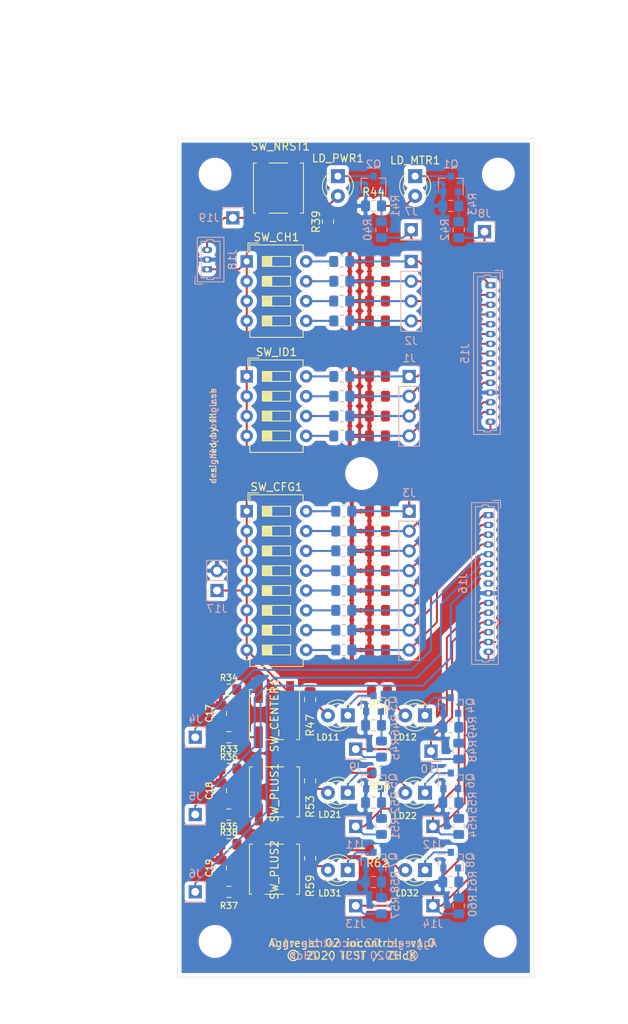
<source format=kicad_pcb>
(kicad_pcb (version 20171130) (host pcbnew "(5.1.5-0-10_14)")
  (layers (0 F.Cu signal) (31 B.Cu signal) (34 B.Paste user) (35 F.Paste user) (36 B.SilkS user) (37 F.SilkS user) (38 B.Mask user) (39 F.Mask user) (44 Edge.Cuts user))
  (net 0 "")
  (net 1 GNDREF)
  (net 2 SW_CFG_1)
  (net 3 SW_CFG_3)
  (net 4 SW_CFG_5)
  (net 5 SW_CFG_7)
  (net 6 SW_CFG_2)
  (net 7 SW_CFG_4)
  (net 8 SW_CFG_6)
  (net 9 SW_CFG_8)
  (net 10 CFG_1)
  (net 11 CFG_3)
  (net 12 CFG_5)
  (net 13 CFG_7)
  (net 14 CFG_2)
  (net 15 CFG_4)
  (net 16 CFG_6)
  (net 17 CFG_8)
  (net 18 +3V3)
  (net 19 SW_ID_1)
  (net 20 SW_ID_3)
  (net 21 SW_ID_2)
  (net 22 SW_ID_4)
  (net 23 ID_1)
  (net 24 ID_3)
  (net 25 ID_2)
  (net 26 ID_4)
  (net 27 SW_CH_1)
  (net 28 SW_CH_3)
  (net 29 SW_CH_2)
  (net 30 SW_CH_4)
  (net 31 CH_1)
  (net 32 CH_3)
  (net 33 CH_2)
  (net 34 CH_4)
  (net 35 SW_NRST)
  (net 36 SW_CENTER)
  (net 37 SW_PLUS1)
  (net 38 SW_PLUS2)
  (net 39 "Net-(R33-Pad2)")
  (net 40 "Net-(R35-Pad2)")
  (net 41 "Net-(R37-Pad2)")
  (net 42 "Net-(Q2-Pad1)")
  (net 43 "Net-(LD_PWR1-Pad2)")
  (net 44 "Net-(LD_PWR1-Pad1)")
  (net 45 "Net-(Q1-Pad1)")
  (net 46 LED_MOTOR)
  (net 47 "Net-(LD_MTR1-Pad2)")
  (net 48 "Net-(LD_MTR1-Pad1)")
  (net 49 "Net-(Q3-Pad1)")
  (net 50 LED_PWR)
  (net 51 LED11)
  (net 52 LED12)
  (net 53 "Net-(Q4-Pad1)")
  (net 54 "Net-(LD11-Pad2)")
  (net 55 "Net-(LD11-Pad1)")
  (net 56 "Net-(LD12-Pad2)")
  (net 57 "Net-(LD12-Pad1)")
  (net 58 "Net-(Q5-Pad1)")
  (net 59 "Net-(LD21-Pad2)")
  (net 60 "Net-(LD21-Pad1)")
  (net 61 "Net-(LD22-Pad2)")
  (net 62 "Net-(LD22-Pad1)")
  (net 63 "Net-(Q6-Pad1)")
  (net 64 LED21)
  (net 65 LED22)
  (net 66 LED31)
  (net 67 "Net-(LD31-Pad2)")
  (net 68 "Net-(LD31-Pad1)")
  (net 69 "Net-(Q7-Pad1)")
  (net 70 LED32)
  (net 71 "Net-(LD32-Pad2)")
  (net 72 "Net-(LD32-Pad1)")
  (net 73 "Net-(Q8-Pad1)")
  (net 74 "Net-(J16-Pad8)")
  (module Connector_PinHeader_2.54mm:PinHeader_1x01_P2.54mm_Vertical (layer B.Cu) (at 56.134 49.022)
    (fp_text reference J19 (at -3.048 0) (layer B.SilkS) (effects (justify mirror)))
    (fp_text value Conn_01x01)
    (pad 1 thru_hole rect (at 0 0) (size 1.7 1.7) (drill 1) (layers *.Cu *.Mask) (net 35 SW_NRST))
  )
  (module Connector_Molex:Molex_PicoBlade_53047-0310_1x03_P1.25mm_Vertical (layer B.Cu) (at 52.832 55.626 90)
    (fp_text reference J18 (at 1.25 3.25 90) (layer B.SilkS) (effects (justify mirror)))
    (fp_text value Conn_01x03)
    (pad 3 thru_hole oval (at 2.5 0 90) (size 0.8 1.3) (drill 0.5) (layers *.Cu *.Mask) (net 35 SW_NRST))
    (pad 2 thru_hole oval (at 1.25 0 90) (size 0.8 1.3) (drill 0.5) (layers *.Cu *.Mask) (net 1 GNDREF))
    (pad 1 thru_hole roundrect (at 0 0 90) (size 0.8 1.3) (drill 0.5) (layers *.Cu *.Mask) (net 18 +3V3))
  )
  (module Connector_PinHeader_2.54mm:PinHeader_1x02_P2.54mm_Vertical (layer B.Cu) (at 54.102 96.774)
    (fp_text reference J17 (at 0 2.33) (layer B.SilkS) (effects (justify mirror)))
    (fp_text value Conn_01x03)
    (pad 2 thru_hole oval (at 0 -2.54) (size 1.7 1.7) (drill 1) (layers *.Cu *.Mask) (net 1 GNDREF))
    (pad 1 thru_hole rect (at 0 0) (size 1.7 1.7) (drill 1) (layers *.Cu *.Mask) (net 18 +3V3))
  )
  (module Connector_Molex:Molex_PicoBlade_53047-1510_1x15_P1.25mm_Vertical (layer B.Cu) (at 88.9 87.122 270)
    (fp_text reference J16 (at 8.75 3.25 90) (layer B.SilkS) (effects (justify mirror)))
    (fp_text value Conn_01x15)
    (pad 15 thru_hole oval (at 17.5 0 270) (size 0.8 1.3) (drill 0.5) (layers *.Cu *.Mask) (net 70 LED32))
    (pad 14 thru_hole oval (at 16.25 0 270) (size 0.8 1.3) (drill 0.5) (layers *.Cu *.Mask) (net 66 LED31))
    (pad 13 thru_hole oval (at 15 0 270) (size 0.8 1.3) (drill 0.5) (layers *.Cu *.Mask) (net 65 LED22))
    (pad 12 thru_hole oval (at 13.75 0 270) (size 0.8 1.3) (drill 0.5) (layers *.Cu *.Mask) (net 64 LED21))
    (pad 11 thru_hole oval (at 12.5 0 270) (size 0.8 1.3) (drill 0.5) (layers *.Cu *.Mask) (net 52 LED12))
    (pad 10 thru_hole oval (at 11.25 0 270) (size 0.8 1.3) (drill 0.5) (layers *.Cu *.Mask) (net 51 LED11))
    (pad 9 thru_hole oval (at 10 0 270) (size 0.8 1.3) (drill 0.5) (layers *.Cu *.Mask) (net 1 GNDREF))
    (pad 8 thru_hole oval (at 8.75 0 270) (size 0.8 1.3) (drill 0.5) (layers *.Cu *.Mask) (net 74 "Net-(J16-Pad8)"))
    (pad 7 thru_hole oval (at 7.5 0 270) (size 0.8 1.3) (drill 0.5) (layers *.Cu *.Mask) (net 38 SW_PLUS2))
    (pad 6 thru_hole oval (at 6.25 0 270) (size 0.8 1.3) (drill 0.5) (layers *.Cu *.Mask) (net 37 SW_PLUS1))
    (pad 5 thru_hole oval (at 5 0 270) (size 0.8 1.3) (drill 0.5) (layers *.Cu *.Mask) (net 36 SW_CENTER))
    (pad 4 thru_hole oval (at 3.75 0 270) (size 0.8 1.3) (drill 0.5) (layers *.Cu *.Mask) (net 9 SW_CFG_8))
    (pad 3 thru_hole oval (at 2.5 0 270) (size 0.8 1.3) (drill 0.5) (layers *.Cu *.Mask) (net 5 SW_CFG_7))
    (pad 2 thru_hole oval (at 1.25 0 270) (size 0.8 1.3) (drill 0.5) (layers *.Cu *.Mask) (net 8 SW_CFG_6))
    (pad 1 thru_hole roundrect (at 0 0 270) (size 0.8 1.3) (drill 0.5) (layers *.Cu *.Mask) (net 4 SW_CFG_5))
  )
  (module Connector_Molex:Molex_PicoBlade_53047-1510_1x15_P1.25mm_Vertical (layer B.Cu) (at 89.154 57.658 270)
    (fp_text reference J15 (at 8.75 3.25 270) (layer B.SilkS) (effects (justify mirror)))
    (fp_text value Conn_01x15)
    (pad 15 thru_hole oval (at 17.5 0 270) (size 0.8 1.3) (drill 0.5) (layers *.Cu *.Mask) (net 7 SW_CFG_4))
    (pad 14 thru_hole oval (at 16.25 0 270) (size 0.8 1.3) (drill 0.5) (layers *.Cu *.Mask) (net 3 SW_CFG_3))
    (pad 13 thru_hole oval (at 15 0 270) (size 0.8 1.3) (drill 0.5) (layers *.Cu *.Mask) (net 6 SW_CFG_2))
    (pad 12 thru_hole oval (at 13.75 0 270) (size 0.8 1.3) (drill 0.5) (layers *.Cu *.Mask) (net 1 GNDREF))
    (pad 11 thru_hole oval (at 12.5 0 270) (size 0.8 1.3) (drill 0.5) (layers *.Cu *.Mask) (net 2 SW_CFG_1))
    (pad 10 thru_hole oval (at 11.25 0 270) (size 0.8 1.3) (drill 0.5) (layers *.Cu *.Mask) (net 22 SW_ID_4))
    (pad 9 thru_hole oval (at 10 0 270) (size 0.8 1.3) (drill 0.5) (layers *.Cu *.Mask) (net 20 SW_ID_3))
    (pad 8 thru_hole oval (at 8.75 0 270) (size 0.8 1.3) (drill 0.5) (layers *.Cu *.Mask) (net 21 SW_ID_2))
    (pad 7 thru_hole oval (at 7.5 0 270) (size 0.8 1.3) (drill 0.5) (layers *.Cu *.Mask) (net 19 SW_ID_1))
    (pad 6 thru_hole oval (at 6.25 0 270) (size 0.8 1.3) (drill 0.5) (layers *.Cu *.Mask) (net 30 SW_CH_4))
    (pad 5 thru_hole oval (at 5 0 270) (size 0.8 1.3) (drill 0.5) (layers *.Cu *.Mask) (net 28 SW_CH_3))
    (pad 4 thru_hole oval (at 3.75 0 270) (size 0.8 1.3) (drill 0.5) (layers *.Cu *.Mask) (net 29 SW_CH_2))
    (pad 3 thru_hole oval (at 2.5 0 270) (size 0.8 1.3) (drill 0.5) (layers *.Cu *.Mask) (net 27 SW_CH_1))
    (pad 2 thru_hole oval (at 1.25 0 270) (size 0.8 1.3) (drill 0.5) (layers *.Cu *.Mask) (net 50 LED_PWR))
    (pad 1 thru_hole roundrect (at 0 0 270) (size 0.8 1.3) (drill 0.5) (layers *.Cu *.Mask) (net 46 LED_MOTOR))
  )
  (module Resistor_SMD:R_0805_2012Metric_Pad1.15x1.40mm_HandSolder (layer F.Cu) (at 74.676 130.048 180)
    (fp_text reference R62 (at 0 -1.65) (layer F.SilkS))
    (fp_text value "R 270 1% 1/8")
    (pad 2 smd roundrect (at 1.025 0 180) (size 1.15 1.4) (layers F.Cu F.Paste F.Mask) (roundrect_rratio 0.217391) (net 18 +3V3))
    (pad 1 smd roundrect (at -1.025 0 180) (size 1.15 1.4) (layers F.Cu F.Paste F.Mask) (roundrect_rratio 0.217391) (net 71 "Net-(LD32-Pad2)"))
  )
  (module Resistor_SMD:R_0805_2012Metric_Pad1.15x1.40mm_HandSolder (layer B.Cu) (at 84.074 134.112 180)
    (fp_text reference R61 (at -2.794 0 90) (layer B.SilkS) (effects (justify mirror)))
    (fp_text value "R 100k 1% 1/8")
    (pad 2 smd roundrect (at 1.025 0 180) (size 1.15 1.4) (layers B.Cu B.Paste B.Mask) (roundrect_rratio 0.217391) (net 1 GNDREF))
    (pad 1 smd roundrect (at -1.025 0 180) (size 1.15 1.4) (layers B.Cu B.Paste B.Mask) (roundrect_rratio 0.217391) (net 73 "Net-(Q8-Pad1)"))
  )
  (module Resistor_SMD:R_0805_2012Metric_Pad1.15x1.40mm_HandSolder (layer B.Cu) (at 85.09 137.16 270)
    (fp_text reference R60 (at 0 -1.778 90) (layer B.SilkS) (effects (justify mirror)))
    (fp_text value "R 47k 1% 1/8")
    (pad 2 smd roundrect (at 1.025 0 270) (size 1.15 1.4) (layers B.Cu B.Paste B.Mask) (roundrect_rratio 0.217391) (net 70 LED32))
    (pad 1 smd roundrect (at -1.025 0 270) (size 1.15 1.4) (layers B.Cu B.Paste B.Mask) (roundrect_rratio 0.217391) (net 73 "Net-(Q8-Pad1)"))
  )
  (module Package_TO_SOT_SMD:SOT-23 (layer B.Cu) (at 84.074 131.318 90)
    (fp_text reference Q8 (at 0 2.5 90) (layer B.SilkS) (effects (justify mirror)))
    (fp_text value Q_NPN_BEC)
    (pad 3 smd rect (at 1 0 90) (size 0.9 0.8) (layers B.Cu B.Paste B.Mask) (net 72 "Net-(LD32-Pad1)"))
    (pad 2 smd rect (at -1 -0.95 90) (size 0.9 0.8) (layers B.Cu B.Paste B.Mask) (net 1 GNDREF))
    (pad 1 smd rect (at -1 0.95 90) (size 0.9 0.8) (layers B.Cu B.Paste B.Mask) (net 73 "Net-(Q8-Pad1)"))
  )
  (module LED_THT:LED_D3.0mm (layer F.Cu) (at 80.772 132.588 180)
    (fp_text reference LD32 (at 2.286 -2.96) (layer F.SilkS) (effects (font (size 0.8 0.8))))
    (fp_text value LED)
    (pad 2 thru_hole circle (at 2.54 0 180) (size 1.8 1.8) (drill 0.9) (layers *.Cu *.Mask) (net 71 "Net-(LD32-Pad2)"))
    (pad 1 thru_hole rect (at 0 0 180) (size 1.8 1.8) (drill 0.9) (layers *.Cu *.Mask) (net 72 "Net-(LD32-Pad1)"))
  )
  (module Connector_PinHeader_2.54mm:PinHeader_1x01_P2.54mm_Vertical (layer B.Cu) (at 81.788 137.16)
    (fp_text reference J14 (at 0 2.33) (layer B.SilkS) (effects (justify mirror)))
    (fp_text value Conn_01x01)
    (pad 1 thru_hole rect (at 0 0) (size 1.7 1.7) (drill 1) (layers *.Cu *.Mask) (net 70 LED32))
  )
  (module Resistor_SMD:R_0805_2012Metric_Pad1.15x1.40mm_HandSolder (layer F.Cu) (at 66.04 131.064 90)
    (fp_text reference R59 (at -3.556 0 90) (layer F.SilkS))
    (fp_text value "R 270 1% 1/8")
    (pad 2 smd roundrect (at 1.025 0 90) (size 1.15 1.4) (layers F.Cu F.Paste F.Mask) (roundrect_rratio 0.217391) (net 18 +3V3))
    (pad 1 smd roundrect (at -1.025 0 90) (size 1.15 1.4) (layers F.Cu F.Paste F.Mask) (roundrect_rratio 0.217391) (net 67 "Net-(LD31-Pad2)"))
  )
  (module Resistor_SMD:R_0805_2012Metric_Pad1.15x1.40mm_HandSolder (layer B.Cu) (at 74.168 134.112 180)
    (fp_text reference R58 (at -2.794 0 90) (layer B.SilkS) (effects (justify mirror)))
    (fp_text value "R 100k 1% 1/8")
    (pad 2 smd roundrect (at 1.025 0 180) (size 1.15 1.4) (layers B.Cu B.Paste B.Mask) (roundrect_rratio 0.217391) (net 1 GNDREF))
    (pad 1 smd roundrect (at -1.025 0 180) (size 1.15 1.4) (layers B.Cu B.Paste B.Mask) (roundrect_rratio 0.217391) (net 69 "Net-(Q7-Pad1)"))
  )
  (module Resistor_SMD:R_0805_2012Metric_Pad1.15x1.40mm_HandSolder (layer B.Cu) (at 75.184 137.16 270)
    (fp_text reference R57 (at 0.254 -1.778 90) (layer B.SilkS) (effects (justify mirror)))
    (fp_text value "R 47k 1% 1/8")
    (pad 2 smd roundrect (at 1.025 0 270) (size 1.15 1.4) (layers B.Cu B.Paste B.Mask) (roundrect_rratio 0.217391) (net 66 LED31))
    (pad 1 smd roundrect (at -1.025 0 270) (size 1.15 1.4) (layers B.Cu B.Paste B.Mask) (roundrect_rratio 0.217391) (net 69 "Net-(Q7-Pad1)"))
  )
  (module Package_TO_SOT_SMD:SOT-23 (layer B.Cu) (at 74.168 131.318 90)
    (fp_text reference Q7 (at 0 2.5 90) (layer B.SilkS) (effects (justify mirror)))
    (fp_text value Q_NPN_BEC)
    (pad 3 smd rect (at 1 0 90) (size 0.9 0.8) (layers B.Cu B.Paste B.Mask) (net 68 "Net-(LD31-Pad1)"))
    (pad 2 smd rect (at -1 -0.95 90) (size 0.9 0.8) (layers B.Cu B.Paste B.Mask) (net 1 GNDREF))
    (pad 1 smd rect (at -1 0.95 90) (size 0.9 0.8) (layers B.Cu B.Paste B.Mask) (net 69 "Net-(Q7-Pad1)"))
  )
  (module LED_THT:LED_D3.0mm (layer F.Cu) (at 70.866 132.588 180)
    (fp_text reference LD31 (at 2.286 -2.96) (layer F.SilkS) (effects (font (size 0.8 0.8))))
    (fp_text value LED)
    (pad 2 thru_hole circle (at 2.54 0 180) (size 1.8 1.8) (drill 0.9) (layers *.Cu *.Mask) (net 67 "Net-(LD31-Pad2)"))
    (pad 1 thru_hole rect (at 0 0 180) (size 1.8 1.8) (drill 0.9) (layers *.Cu *.Mask) (net 68 "Net-(LD31-Pad1)"))
  )
  (module Connector_PinHeader_2.54mm:PinHeader_1x01_P2.54mm_Vertical (layer B.Cu) (at 71.882 137.16)
    (fp_text reference J13 (at 0 2.33) (layer B.SilkS) (effects (justify mirror)))
    (fp_text value Conn_01x01)
    (pad 1 thru_hole rect (at 0 0) (size 1.7 1.7) (drill 1) (layers *.Cu *.Mask) (net 66 LED31))
  )
  (module Resistor_SMD:R_0805_2012Metric_Pad1.15x1.40mm_HandSolder (layer F.Cu) (at 74.93 120.142 180)
    (fp_text reference R56 (at 0 -1.65) (layer F.SilkS))
    (fp_text value "R 270 1% 1/8")
    (pad 2 smd roundrect (at 1.025 0 180) (size 1.15 1.4) (layers F.Cu F.Paste F.Mask) (roundrect_rratio 0.217391) (net 18 +3V3))
    (pad 1 smd roundrect (at -1.025 0 180) (size 1.15 1.4) (layers F.Cu F.Paste F.Mask) (roundrect_rratio 0.217391) (net 61 "Net-(LD22-Pad2)"))
  )
  (module Resistor_SMD:R_0805_2012Metric_Pad1.15x1.40mm_HandSolder (layer B.Cu) (at 84.074 123.952 180)
    (fp_text reference R55 (at -2.794 0 90) (layer B.SilkS) (effects (justify mirror)))
    (fp_text value "R 100k 1% 1/8")
    (pad 2 smd roundrect (at 1.025 0 180) (size 1.15 1.4) (layers B.Cu B.Paste B.Mask) (roundrect_rratio 0.217391) (net 1 GNDREF))
    (pad 1 smd roundrect (at -1.025 0 180) (size 1.15 1.4) (layers B.Cu B.Paste B.Mask) (roundrect_rratio 0.217391) (net 63 "Net-(Q6-Pad1)"))
  )
  (module Resistor_SMD:R_0805_2012Metric_Pad1.15x1.40mm_HandSolder (layer B.Cu) (at 85.09 127 270)
    (fp_text reference R54 (at 0 -1.778 90) (layer B.SilkS) (effects (justify mirror)))
    (fp_text value "R 47k 1% 1/8")
    (pad 2 smd roundrect (at 1.025 0 270) (size 1.15 1.4) (layers B.Cu B.Paste B.Mask) (roundrect_rratio 0.217391) (net 65 LED22))
    (pad 1 smd roundrect (at -1.025 0 270) (size 1.15 1.4) (layers B.Cu B.Paste B.Mask) (roundrect_rratio 0.217391) (net 63 "Net-(Q6-Pad1)"))
  )
  (module Package_TO_SOT_SMD:SOT-23 (layer B.Cu) (at 84.074 121.158 90)
    (fp_text reference Q6 (at 0 2.5 90) (layer B.SilkS) (effects (justify mirror)))
    (fp_text value Q_NPN_BEC)
    (pad 3 smd rect (at 1 0 90) (size 0.9 0.8) (layers B.Cu B.Paste B.Mask) (net 62 "Net-(LD22-Pad1)"))
    (pad 2 smd rect (at -1 -0.95 90) (size 0.9 0.8) (layers B.Cu B.Paste B.Mask) (net 1 GNDREF))
    (pad 1 smd rect (at -1 0.95 90) (size 0.9 0.8) (layers B.Cu B.Paste B.Mask) (net 63 "Net-(Q6-Pad1)"))
  )
  (module LED_THT:LED_D3.0mm (layer F.Cu) (at 80.772 122.682 180)
    (fp_text reference LD22 (at 2.54 -2.96) (layer F.SilkS) (effects (font (size 0.8 0.8))))
    (fp_text value LED)
    (pad 2 thru_hole circle (at 2.54 0 180) (size 1.8 1.8) (drill 0.9) (layers *.Cu *.Mask) (net 61 "Net-(LD22-Pad2)"))
    (pad 1 thru_hole rect (at 0 0 180) (size 1.8 1.8) (drill 0.9) (layers *.Cu *.Mask) (net 62 "Net-(LD22-Pad1)"))
  )
  (module Connector_PinHeader_2.54mm:PinHeader_1x01_P2.54mm_Vertical (layer B.Cu) (at 81.788 127)
    (fp_text reference J12 (at 0 2.33) (layer B.SilkS) (effects (justify mirror)))
    (fp_text value Conn_01x01)
    (pad 1 thru_hole rect (at 0 0) (size 1.7 1.7) (drill 1) (layers *.Cu *.Mask) (net 65 LED22))
  )
  (module Resistor_SMD:R_0805_2012Metric_Pad1.15x1.40mm_HandSolder (layer F.Cu) (at 66.04 121.158 90)
    (fp_text reference R53 (at -3.302 0 90) (layer F.SilkS))
    (fp_text value "R 270 1% 1/8")
    (pad 2 smd roundrect (at 1.025 0 90) (size 1.15 1.4) (layers F.Cu F.Paste F.Mask) (roundrect_rratio 0.217391) (net 18 +3V3))
    (pad 1 smd roundrect (at -1.025 0 90) (size 1.15 1.4) (layers F.Cu F.Paste F.Mask) (roundrect_rratio 0.217391) (net 59 "Net-(LD21-Pad2)"))
  )
  (module Resistor_SMD:R_0805_2012Metric_Pad1.15x1.40mm_HandSolder (layer B.Cu) (at 74.168 123.952 180)
    (fp_text reference R52 (at -2.794 0 90) (layer B.SilkS) (effects (justify mirror)))
    (fp_text value "R 100k 1% 1/8")
    (pad 2 smd roundrect (at 1.025 0 180) (size 1.15 1.4) (layers B.Cu B.Paste B.Mask) (roundrect_rratio 0.217391) (net 1 GNDREF))
    (pad 1 smd roundrect (at -1.025 0 180) (size 1.15 1.4) (layers B.Cu B.Paste B.Mask) (roundrect_rratio 0.217391) (net 58 "Net-(Q5-Pad1)"))
  )
  (module Resistor_SMD:R_0805_2012Metric_Pad1.15x1.40mm_HandSolder (layer B.Cu) (at 75.184 127 270)
    (fp_text reference R51 (at 0.254 -1.778 90) (layer B.SilkS) (effects (justify mirror)))
    (fp_text value "R 47k 1% 1/8")
    (pad 2 smd roundrect (at 1.025 0 270) (size 1.15 1.4) (layers B.Cu B.Paste B.Mask) (roundrect_rratio 0.217391) (net 64 LED21))
    (pad 1 smd roundrect (at -1.025 0 270) (size 1.15 1.4) (layers B.Cu B.Paste B.Mask) (roundrect_rratio 0.217391) (net 58 "Net-(Q5-Pad1)"))
  )
  (module Package_TO_SOT_SMD:SOT-23 (layer B.Cu) (at 74.168 121.158 90)
    (fp_text reference Q5 (at 0 2.5 90) (layer B.SilkS) (effects (justify mirror)))
    (fp_text value Q_NPN_BEC)
    (pad 3 smd rect (at 1 0 90) (size 0.9 0.8) (layers B.Cu B.Paste B.Mask) (net 60 "Net-(LD21-Pad1)"))
    (pad 2 smd rect (at -1 -0.95 90) (size 0.9 0.8) (layers B.Cu B.Paste B.Mask) (net 1 GNDREF))
    (pad 1 smd rect (at -1 0.95 90) (size 0.9 0.8) (layers B.Cu B.Paste B.Mask) (net 58 "Net-(Q5-Pad1)"))
  )
  (module LED_THT:LED_D3.0mm (layer F.Cu) (at 70.866 122.682 180)
    (fp_text reference LD21 (at 2.286 -2.794) (layer F.SilkS) (effects (font (size 0.8 0.8))))
    (fp_text value LED)
    (pad 2 thru_hole circle (at 2.54 0 180) (size 1.8 1.8) (drill 0.9) (layers *.Cu *.Mask) (net 59 "Net-(LD21-Pad2)"))
    (pad 1 thru_hole rect (at 0 0 180) (size 1.8 1.8) (drill 0.9) (layers *.Cu *.Mask) (net 60 "Net-(LD21-Pad1)"))
  )
  (module Connector_PinHeader_2.54mm:PinHeader_1x01_P2.54mm_Vertical (layer B.Cu) (at 71.882 127)
    (fp_text reference J11 (at 0 2.33) (layer B.SilkS) (effects (justify mirror)))
    (fp_text value Conn_01x01)
    (pad 1 thru_hole rect (at 0 0) (size 1.7 1.7) (drill 1) (layers *.Cu *.Mask) (net 64 LED21))
  )
  (module Resistor_SMD:R_0805_2012Metric_Pad1.15x1.40mm_HandSolder (layer F.Cu) (at 74.93 109.728 180)
    (fp_text reference R50 (at 0 -1.65) (layer F.SilkS))
    (fp_text value "R 270 1% 1/8")
    (pad 2 smd roundrect (at 1.025 0 180) (size 1.15 1.4) (layers F.Cu F.Paste F.Mask) (roundrect_rratio 0.217391) (net 18 +3V3))
    (pad 1 smd roundrect (at -1.025 0 180) (size 1.15 1.4) (layers F.Cu F.Paste F.Mask) (roundrect_rratio 0.217391) (net 56 "Net-(LD12-Pad2)"))
  )
  (module Resistor_SMD:R_0805_2012Metric_Pad1.15x1.40mm_HandSolder (layer B.Cu) (at 84.074 114.3 180)
    (fp_text reference R49 (at -2.794 0 90) (layer B.SilkS) (effects (justify mirror)))
    (fp_text value "R 100k 1% 1/8")
    (pad 2 smd roundrect (at 1.025 0 180) (size 1.15 1.4) (layers B.Cu B.Paste B.Mask) (roundrect_rratio 0.217391) (net 1 GNDREF))
    (pad 1 smd roundrect (at -1.025 0 180) (size 1.15 1.4) (layers B.Cu B.Paste B.Mask) (roundrect_rratio 0.217391) (net 53 "Net-(Q4-Pad1)"))
  )
  (module Resistor_SMD:R_0805_2012Metric_Pad1.15x1.40mm_HandSolder (layer B.Cu) (at 85.09 117.348 270)
    (fp_text reference R48 (at 0 -1.778 90) (layer B.SilkS) (effects (justify mirror)))
    (fp_text value "R 47k 1% 1/8")
    (pad 2 smd roundrect (at 1.025 0 270) (size 1.15 1.4) (layers B.Cu B.Paste B.Mask) (roundrect_rratio 0.217391) (net 52 LED12))
    (pad 1 smd roundrect (at -1.025 0 270) (size 1.15 1.4) (layers B.Cu B.Paste B.Mask) (roundrect_rratio 0.217391) (net 53 "Net-(Q4-Pad1)"))
  )
  (module Package_TO_SOT_SMD:SOT-23 (layer B.Cu) (at 84.074 111.506 90)
    (fp_text reference Q4 (at 0 2.5 90) (layer B.SilkS) (effects (justify mirror)))
    (fp_text value Q_NPN_BEC)
    (pad 3 smd rect (at 1 0 90) (size 0.9 0.8) (layers B.Cu B.Paste B.Mask) (net 57 "Net-(LD12-Pad1)"))
    (pad 2 smd rect (at -1 -0.95 90) (size 0.9 0.8) (layers B.Cu B.Paste B.Mask) (net 1 GNDREF))
    (pad 1 smd rect (at -1 0.95 90) (size 0.9 0.8) (layers B.Cu B.Paste B.Mask) (net 53 "Net-(Q4-Pad1)"))
  )
  (module LED_THT:LED_D3.0mm (layer F.Cu) (at 80.772 112.776 180)
    (fp_text reference LD12 (at 2.54 -2.794) (layer F.SilkS) (effects (font (size 0.8 0.8))))
    (fp_text value LED)
    (pad 2 thru_hole circle (at 2.54 0 180) (size 1.8 1.8) (drill 0.9) (layers *.Cu *.Mask) (net 56 "Net-(LD12-Pad2)"))
    (pad 1 thru_hole rect (at 0 0 180) (size 1.8 1.8) (drill 0.9) (layers *.Cu *.Mask) (net 57 "Net-(LD12-Pad1)"))
  )
  (module Connector_PinHeader_2.54mm:PinHeader_1x01_P2.54mm_Vertical (layer B.Cu) (at 81.534 117.348 180)
    (fp_text reference J10 (at 0 -2.286) (layer B.SilkS) (effects (justify mirror)))
    (fp_text value Conn_01x01)
    (pad 1 thru_hole rect (at 0 0 180) (size 1.7 1.7) (drill 1) (layers *.Cu *.Mask) (net 52 LED12))
  )
  (module Connector_PinHeader_2.54mm:PinHeader_1x01_P2.54mm_Vertical (layer B.Cu) (at 71.882 117.094 180)
    (fp_text reference J9 (at 0 -2.286) (layer B.SilkS) (effects (justify mirror)))
    (fp_text value Conn_01x01)
    (pad 1 thru_hole rect (at 0 0 180) (size 1.7 1.7) (drill 1) (layers *.Cu *.Mask) (net 51 LED11))
  )
  (module Connector_PinHeader_2.54mm:PinHeader_1x01_P2.54mm_Vertical (layer B.Cu) (at 88.392 50.8 180)
    (fp_text reference J8 (at 0 2.33) (layer B.SilkS) (effects (justify mirror)))
    (fp_text value Conn_01x01)
    (pad 1 thru_hole rect (at 0 0 180) (size 1.7 1.7) (drill 1) (layers *.Cu *.Mask) (net 46 LED_MOTOR))
  )
  (module Connector_PinHeader_2.54mm:PinHeader_1x01_P2.54mm_Vertical (layer B.Cu) (at 78.994 50.546 180)
    (fp_text reference J7 (at 0 2.33) (layer B.SilkS) (effects (justify mirror)))
    (fp_text value Conn_01x01)
    (pad 1 thru_hole rect (at 0 0 180) (size 1.7 1.7) (drill 1) (layers *.Cu *.Mask) (net 50 LED_PWR))
  )
  (module Resistor_SMD:R_0805_2012Metric_Pad1.15x1.40mm_HandSolder (layer F.Cu) (at 66.04 110.744 90)
    (fp_text reference R47 (at -3.302 0 90) (layer F.SilkS))
    (fp_text value "R 270 1% 1/8")
    (pad 2 smd roundrect (at 1.025 0 90) (size 1.15 1.4) (layers F.Cu F.Paste F.Mask) (roundrect_rratio 0.217391) (net 18 +3V3))
    (pad 1 smd roundrect (at -1.025 0 90) (size 1.15 1.4) (layers F.Cu F.Paste F.Mask) (roundrect_rratio 0.217391) (net 54 "Net-(LD11-Pad2)"))
  )
  (module Resistor_SMD:R_0805_2012Metric_Pad1.15x1.40mm_HandSolder (layer B.Cu) (at 74.168 114.046 180)
    (fp_text reference R46 (at -2.794 0 270) (layer B.SilkS) (effects (justify mirror)))
    (fp_text value "R 100k 1% 1/8")
    (pad 2 smd roundrect (at 1.025 0 180) (size 1.15 1.4) (layers B.Cu B.Paste B.Mask) (roundrect_rratio 0.217391) (net 1 GNDREF))
    (pad 1 smd roundrect (at -1.025 0 180) (size 1.15 1.4) (layers B.Cu B.Paste B.Mask) (roundrect_rratio 0.217391) (net 49 "Net-(Q3-Pad1)"))
  )
  (module Resistor_SMD:R_0805_2012Metric_Pad1.15x1.40mm_HandSolder (layer B.Cu) (at 75.184 117.094 270)
    (fp_text reference R45 (at 0 -1.778 90) (layer B.SilkS) (effects (justify mirror)))
    (fp_text value "R 47k 1% 1/8")
    (pad 2 smd roundrect (at 1.025 0 270) (size 1.15 1.4) (layers B.Cu B.Paste B.Mask) (roundrect_rratio 0.217391) (net 51 LED11))
    (pad 1 smd roundrect (at -1.025 0 270) (size 1.15 1.4) (layers B.Cu B.Paste B.Mask) (roundrect_rratio 0.217391) (net 49 "Net-(Q3-Pad1)"))
  )
  (module Package_TO_SOT_SMD:SOT-23 (layer B.Cu) (at 74.168 111.252 90)
    (fp_text reference Q3 (at 0 2.5 90) (layer B.SilkS) (effects (justify mirror)))
    (fp_text value Q_NPN_BEC)
    (pad 3 smd rect (at 1 0 90) (size 0.9 0.8) (layers B.Cu B.Paste B.Mask) (net 55 "Net-(LD11-Pad1)"))
    (pad 2 smd rect (at -1 -0.95 90) (size 0.9 0.8) (layers B.Cu B.Paste B.Mask) (net 1 GNDREF))
    (pad 1 smd rect (at -1 0.95 90) (size 0.9 0.8) (layers B.Cu B.Paste B.Mask) (net 49 "Net-(Q3-Pad1)"))
  )
  (module LED_THT:LED_D3.0mm (layer F.Cu) (at 70.866 112.776 180)
    (fp_text reference LD11 (at 2.54 -2.794) (layer F.SilkS) (effects (font (size 0.8 0.8))))
    (fp_text value LED)
    (pad 2 thru_hole circle (at 2.54 0 180) (size 1.8 1.8) (drill 0.9) (layers *.Cu *.Mask) (net 54 "Net-(LD11-Pad2)"))
    (pad 1 thru_hole rect (at 0 0 180) (size 1.8 1.8) (drill 0.9) (layers *.Cu *.Mask) (net 55 "Net-(LD11-Pad1)"))
  )
  (module Connector_PinHeader_2.54mm:PinHeader_1x01_P2.54mm_Vertical (layer B.Cu) (at 51.308 135.382 180)
    (fp_text reference J6 (at 0 2.33) (layer B.SilkS) (effects (justify mirror)))
    (fp_text value Conn_01x01)
    (pad 1 thru_hole rect (at 0 0 180) (size 1.7 1.7) (drill 1) (layers *.Cu *.Mask) (net 38 SW_PLUS2))
  )
  (module Connector_PinHeader_2.54mm:PinHeader_1x01_P2.54mm_Vertical (layer B.Cu) (at 51.308 125.476 180)
    (fp_text reference J5 (at 0 2.33) (layer B.SilkS) (effects (justify mirror)))
    (fp_text value Conn_01x01)
    (pad 1 thru_hole rect (at 0 0 180) (size 1.7 1.7) (drill 1) (layers *.Cu *.Mask) (net 37 SW_PLUS1))
  )
  (module Connector_PinHeader_2.54mm:PinHeader_1x01_P2.54mm_Vertical (layer B.Cu) (at 51.308 115.57 180)
    (fp_text reference J4 (at 0 2.33) (layer B.SilkS) (effects (justify mirror)))
    (fp_text value Conn_01x01)
    (pad 1 thru_hole rect (at 0 0 180) (size 1.7 1.7) (drill 1) (layers *.Cu *.Mask) (net 36 SW_CENTER))
  )
  (module Resistor_SMD:R_0805_2012Metric_Pad1.15x1.40mm_HandSolder (layer F.Cu) (at 74.168 47.498 180)
    (fp_text reference R44 (at 0 1.778) (layer F.SilkS))
    (fp_text value "R 270 1% 1/8")
    (pad 2 smd roundrect (at 1.025 0 180) (size 1.15 1.4) (layers F.Cu F.Paste F.Mask) (roundrect_rratio 0.217391) (net 18 +3V3))
    (pad 1 smd roundrect (at -1.025 0 180) (size 1.15 1.4) (layers F.Cu F.Paste F.Mask) (roundrect_rratio 0.217391) (net 47 "Net-(LD_MTR1-Pad2)"))
  )
  (module Resistor_SMD:R_0805_2012Metric_Pad1.15x1.40mm_HandSolder (layer B.Cu) (at 84.074 47.498 180)
    (fp_text reference R43 (at -2.794 0.254 90) (layer B.SilkS) (effects (justify mirror)))
    (fp_text value "R 100k 1% 1/8")
    (pad 2 smd roundrect (at 1.025 0 180) (size 1.15 1.4) (layers B.Cu B.Paste B.Mask) (roundrect_rratio 0.217391) (net 1 GNDREF))
    (pad 1 smd roundrect (at -1.025 0 180) (size 1.15 1.4) (layers B.Cu B.Paste B.Mask) (roundrect_rratio 0.217391) (net 45 "Net-(Q1-Pad1)"))
  )
  (module Resistor_SMD:R_0805_2012Metric_Pad1.15x1.40mm_HandSolder (layer B.Cu) (at 85.09 50.555 270)
    (fp_text reference R42 (at -0.009 1.778 90) (layer B.SilkS) (effects (justify mirror)))
    (fp_text value "R 47k 1% 1/8")
    (pad 2 smd roundrect (at 1.025 0 270) (size 1.15 1.4) (layers B.Cu B.Paste B.Mask) (roundrect_rratio 0.217391) (net 46 LED_MOTOR))
    (pad 1 smd roundrect (at -1.025 0 270) (size 1.15 1.4) (layers B.Cu B.Paste B.Mask) (roundrect_rratio 0.217391) (net 45 "Net-(Q1-Pad1)"))
  )
  (module Package_TO_SOT_SMD:SOT-23 (layer B.Cu) (at 84.074 44.704 90)
    (fp_text reference Q1 (at 2.54 0) (layer B.SilkS) (effects (justify mirror)))
    (fp_text value Q_NPN_BEC)
    (pad 3 smd rect (at 1 0 90) (size 0.9 0.8) (layers B.Cu B.Paste B.Mask) (net 48 "Net-(LD_MTR1-Pad1)"))
    (pad 2 smd rect (at -1 -0.95 90) (size 0.9 0.8) (layers B.Cu B.Paste B.Mask) (net 1 GNDREF))
    (pad 1 smd rect (at -1 0.95 90) (size 0.9 0.8) (layers B.Cu B.Paste B.Mask) (net 45 "Net-(Q1-Pad1)"))
  )
  (module LED_THT:LED_D3.0mm (layer F.Cu) (at 79.502 43.688 270)
    (fp_text reference LD_MTR1 (at -2.032 0 180) (layer F.SilkS))
    (fp_text value LED)
    (pad 2 thru_hole circle (at 2.54 0 270) (size 1.8 1.8) (drill 0.9) (layers *.Cu *.Mask) (net 47 "Net-(LD_MTR1-Pad2)"))
    (pad 1 thru_hole rect (at 0 0 270) (size 1.8 1.8) (drill 0.9) (layers *.Cu *.Mask) (net 48 "Net-(LD_MTR1-Pad1)"))
  )
  (module Connector_PinHeader_2.54mm:PinHeader_1x08_P2.54mm_Vertical (layer B.Cu) (at 78.74 86.614 180)
    (fp_text reference J3 (at 0 2.33) (layer B.SilkS) (effects (justify mirror)))
    (fp_text value Conn_01x08)
    (pad 8 thru_hole oval (at 0 -17.78 180) (size 1.7 1.7) (drill 1) (layers *.Cu *.Mask) (net 9 SW_CFG_8))
    (pad 7 thru_hole oval (at 0 -15.24 180) (size 1.7 1.7) (drill 1) (layers *.Cu *.Mask) (net 5 SW_CFG_7))
    (pad 6 thru_hole oval (at 0 -12.7 180) (size 1.7 1.7) (drill 1) (layers *.Cu *.Mask) (net 8 SW_CFG_6))
    (pad 5 thru_hole oval (at 0 -10.16 180) (size 1.7 1.7) (drill 1) (layers *.Cu *.Mask) (net 4 SW_CFG_5))
    (pad 4 thru_hole oval (at 0 -7.62 180) (size 1.7 1.7) (drill 1) (layers *.Cu *.Mask) (net 7 SW_CFG_4))
    (pad 3 thru_hole oval (at 0 -5.08 180) (size 1.7 1.7) (drill 1) (layers *.Cu *.Mask) (net 3 SW_CFG_3))
    (pad 2 thru_hole oval (at 0 -2.54 180) (size 1.7 1.7) (drill 1) (layers *.Cu *.Mask) (net 6 SW_CFG_2))
    (pad 1 thru_hole rect (at 0 0 180) (size 1.7 1.7) (drill 1) (layers *.Cu *.Mask) (net 2 SW_CFG_1))
  )
  (module Connector_PinHeader_2.54mm:PinHeader_1x04_P2.54mm_Vertical (layer B.Cu) (at 78.994 54.61 180)
    (fp_text reference J2 (at 0 -10.16) (layer B.SilkS) (effects (justify mirror)))
    (fp_text value Conn_01x04)
    (pad 4 thru_hole oval (at 0 -7.62 180) (size 1.7 1.7) (drill 1) (layers *.Cu *.Mask) (net 30 SW_CH_4))
    (pad 3 thru_hole oval (at 0 -5.08 180) (size 1.7 1.7) (drill 1) (layers *.Cu *.Mask) (net 28 SW_CH_3))
    (pad 2 thru_hole oval (at 0 -2.54 180) (size 1.7 1.7) (drill 1) (layers *.Cu *.Mask) (net 29 SW_CH_2))
    (pad 1 thru_hole rect (at 0 0 180) (size 1.7 1.7) (drill 1) (layers *.Cu *.Mask) (net 27 SW_CH_1))
  )
  (module Connector_PinHeader_2.54mm:PinHeader_1x04_P2.54mm_Vertical (layer B.Cu) (at 78.74 69.342 180)
    (fp_text reference J1 (at 0 2.33) (layer B.SilkS) (effects (justify mirror)))
    (fp_text value Conn_01x04)
    (pad 4 thru_hole oval (at 0 -7.62 180) (size 1.7 1.7) (drill 1) (layers *.Cu *.Mask) (net 22 SW_ID_4))
    (pad 3 thru_hole oval (at 0 -5.08 180) (size 1.7 1.7) (drill 1) (layers *.Cu *.Mask) (net 20 SW_ID_3))
    (pad 2 thru_hole oval (at 0 -2.54 180) (size 1.7 1.7) (drill 1) (layers *.Cu *.Mask) (net 21 SW_ID_2))
    (pad 1 thru_hole rect (at 0 0 180) (size 1.7 1.7) (drill 1) (layers *.Cu *.Mask) (net 19 SW_ID_1))
  )
  (module MountingHole:MountingHole_3.2mm_M3 (layer F.Cu) (at 72.644 81.788)
    (fp_text reference REF** hide)
    (fp_text value MountingHole_3.2mm_M3)
    (pad 1 np_thru_hole circle (at 0 0) (size 3.2 3.2) (drill 3.2) (layers *.Cu *.Mask))
  )
  (module MountingHole:MountingHole_3.2mm_M3 (layer F.Cu) (at 53.848 141.732)
    (fp_text reference REF** hide)
    (fp_text value MountingHole_3.2mm_M3)
    (pad 1 np_thru_hole circle (at 0 0) (size 3.2 3.2) (drill 3.2) (layers *.Cu *.Mask))
  )
  (module MountingHole:MountingHole_3.2mm_M3 (layer F.Cu) (at 90.424 141.732)
    (fp_text reference REF** hide)
    (fp_text value MountingHole_3.2mm_M3)
    (pad 1 np_thru_hole circle (at 0 0) (size 3.2 3.2) (drill 3.2) (layers *.Cu *.Mask))
  )
  (module MountingHole:MountingHole_3.2mm_M3 (layer F.Cu) (at 90.17 43.434)
    (fp_text reference REF** hide)
    (fp_text value MountingHole_3.2mm_M3)
    (pad 1 np_thru_hole circle (at 0 0) (size 3.2 3.2) (drill 3.2) (layers *.Cu *.Mask))
  )
  (module MountingHole:MountingHole_3.2mm_M3 (layer F.Cu) (at 53.848 43.434)
    (fp_text reference REF** hide)
    (fp_text value MountingHole_3.2mm_M3)
    (pad 1 np_thru_hole circle (at 0 0) (size 3.2 3.2) (drill 3.2) (layers *.Cu *.Mask))
  )
  (module Resistor_SMD:R_0805_2012Metric_Pad1.15x1.40mm_HandSolder (layer F.Cu) (at 68.326 49.53 270)
    (fp_text reference R39 (at 0 1.524 90) (layer F.SilkS))
    (fp_text value "R 270 1% 1/8")
    (pad 2 smd roundrect (at 1.025 0 270) (size 1.15 1.4) (layers F.Cu F.Paste F.Mask) (roundrect_rratio 0.217391) (net 18 +3V3))
    (pad 1 smd roundrect (at -1.025 0 270) (size 1.15 1.4) (layers F.Cu F.Paste F.Mask) (roundrect_rratio 0.217391) (net 43 "Net-(LD_PWR1-Pad2)"))
  )
  (module Resistor_SMD:R_0805_2012Metric_Pad1.15x1.40mm_HandSolder (layer B.Cu) (at 74.168 47.498 180)
    (fp_text reference R41 (at -2.794 0 90) (layer B.SilkS) (effects (justify mirror)))
    (fp_text value "R 100k 1% 1/8")
    (pad 2 smd roundrect (at 1.025 0 180) (size 1.15 1.4) (layers B.Cu B.Paste B.Mask) (roundrect_rratio 0.217391) (net 1 GNDREF))
    (pad 1 smd roundrect (at -1.025 0 180) (size 1.15 1.4) (layers B.Cu B.Paste B.Mask) (roundrect_rratio 0.217391) (net 42 "Net-(Q2-Pad1)"))
  )
  (module Resistor_SMD:R_0805_2012Metric_Pad1.15x1.40mm_HandSolder (layer B.Cu) (at 75.184 50.546 270)
    (fp_text reference R40 (at 0 1.778 270) (layer B.SilkS) (effects (justify mirror)))
    (fp_text value "R 47k 1% 1/8")
    (pad 2 smd roundrect (at 1.025 0 270) (size 1.15 1.4) (layers B.Cu B.Paste B.Mask) (roundrect_rratio 0.217391) (net 50 LED_PWR))
    (pad 1 smd roundrect (at -1.025 0 270) (size 1.15 1.4) (layers B.Cu B.Paste B.Mask) (roundrect_rratio 0.217391) (net 42 "Net-(Q2-Pad1)"))
  )
  (module Package_TO_SOT_SMD:SOT-23 (layer B.Cu) (at 74.168 44.704 90)
    (fp_text reference Q2 (at 2.54 0 180) (layer B.SilkS) (effects (justify mirror)))
    (fp_text value Q_NPN_BEC)
    (pad 3 smd rect (at 1 0 90) (size 0.9 0.8) (layers B.Cu B.Paste B.Mask) (net 44 "Net-(LD_PWR1-Pad1)"))
    (pad 2 smd rect (at -1 -0.95 90) (size 0.9 0.8) (layers B.Cu B.Paste B.Mask) (net 1 GNDREF))
    (pad 1 smd rect (at -1 0.95 90) (size 0.9 0.8) (layers B.Cu B.Paste B.Mask) (net 42 "Net-(Q2-Pad1)"))
  )
  (module LED_THT:LED_D3.0mm (layer F.Cu) (at 69.596 43.688 270)
    (fp_text reference LD_PWR1 (at -2.286 0 180) (layer F.SilkS))
    (fp_text value LED)
    (pad 2 thru_hole circle (at 2.54 0 270) (size 1.8 1.8) (drill 0.9) (layers *.Cu *.Mask) (net 43 "Net-(LD_PWR1-Pad2)"))
    (pad 1 thru_hole rect (at 0 0 270) (size 1.8 1.8) (drill 0.9) (layers *.Cu *.Mask) (net 44 "Net-(LD_PWR1-Pad1)"))
  )
  (module Resistor_SMD:R_0805_2012Metric_Pad1.15x1.40mm_HandSolder (layer F.Cu) (at 55.626 129.286)
    (fp_text reference R38 (at -0.009 -1.524) (layer F.SilkS) (effects (font (size 0.8 0.8))))
    (fp_text value "R 100k 1% 1/8")
    (pad 2 smd roundrect (at 1.025 0) (size 1.15 1.4) (layers F.Cu F.Paste F.Mask) (roundrect_rratio 0.217391) (net 41 "Net-(R37-Pad2)"))
    (pad 1 smd roundrect (at -1.025 0) (size 1.15 1.4) (layers F.Cu F.Paste F.Mask) (roundrect_rratio 0.217391) (net 1 GNDREF))
  )
  (module Resistor_SMD:R_0805_2012Metric_Pad1.15x1.40mm_HandSolder (layer F.Cu) (at 55.635 135.382)
    (fp_text reference R37 (at -0.009 1.778) (layer F.SilkS) (effects (font (size 0.8 0.8))))
    (fp_text value "R 330 1% 1/8")
    (pad 2 smd roundrect (at 1.025 0) (size 1.15 1.4) (layers F.Cu F.Paste F.Mask) (roundrect_rratio 0.217391) (net 41 "Net-(R37-Pad2)"))
    (pad 1 smd roundrect (at -1.025 0) (size 1.15 1.4) (layers F.Cu F.Paste F.Mask) (roundrect_rratio 0.217391) (net 38 SW_PLUS2))
  )
  (module Resistor_SMD:R_0805_2012Metric_Pad1.15x1.40mm_HandSolder (layer F.Cu) (at 55.635 119.634)
    (fp_text reference R36 (at -0.009 -1.524) (layer F.SilkS) (effects (font (size 0.8 0.8))))
    (fp_text value "R 100k 1% 1/8")
    (pad 2 smd roundrect (at 1.025 0) (size 1.15 1.4) (layers F.Cu F.Paste F.Mask) (roundrect_rratio 0.217391) (net 40 "Net-(R35-Pad2)"))
    (pad 1 smd roundrect (at -1.025 0) (size 1.15 1.4) (layers F.Cu F.Paste F.Mask) (roundrect_rratio 0.217391) (net 1 GNDREF))
  )
  (module Resistor_SMD:R_0805_2012Metric_Pad1.15x1.40mm_HandSolder (layer F.Cu) (at 55.617 125.476)
    (fp_text reference R35 (at 0.009 1.524) (layer F.SilkS) (effects (font (size 0.8 0.8))))
    (fp_text value "R 330 1% 1/8")
    (pad 2 smd roundrect (at 1.025 0) (size 1.15 1.4) (layers F.Cu F.Paste F.Mask) (roundrect_rratio 0.217391) (net 40 "Net-(R35-Pad2)"))
    (pad 1 smd roundrect (at -1.025 0) (size 1.15 1.4) (layers F.Cu F.Paste F.Mask) (roundrect_rratio 0.217391) (net 37 SW_PLUS1))
  )
  (module Resistor_SMD:R_0805_2012Metric_Pad1.15x1.40mm_HandSolder (layer F.Cu) (at 55.617 109.474)
    (fp_text reference R34 (at 0.009 -1.524) (layer F.SilkS) (effects (font (size 0.8 0.8))))
    (fp_text value "R 100k 1% 1/8")
    (pad 2 smd roundrect (at 1.025 0) (size 1.15 1.4) (layers F.Cu F.Paste F.Mask) (roundrect_rratio 0.217391) (net 39 "Net-(R33-Pad2)"))
    (pad 1 smd roundrect (at -1.025 0) (size 1.15 1.4) (layers F.Cu F.Paste F.Mask) (roundrect_rratio 0.217391) (net 1 GNDREF))
  )
  (module Resistor_SMD:R_0805_2012Metric_Pad1.15x1.40mm_HandSolder (layer F.Cu) (at 55.617 115.57)
    (fp_text reference R33 (at 0.009 1.524) (layer F.SilkS) (effects (font (size 0.8 0.8))))
    (fp_text value "R 330 1% 1/8")
    (pad 2 smd roundrect (at 1.025 0) (size 1.15 1.4) (layers F.Cu F.Paste F.Mask) (roundrect_rratio 0.217391) (net 39 "Net-(R33-Pad2)"))
    (pad 1 smd roundrect (at -1.025 0) (size 1.15 1.4) (layers F.Cu F.Paste F.Mask) (roundrect_rratio 0.217391) (net 36 SW_CENTER))
  )
  (module Capacitor_SMD:C_0805_2012Metric_Pad1.15x1.40mm_HandSolder (layer F.Cu) (at 54.61 132.325 90)
    (fp_text reference C19 (at -0.009 -1.524 90) (layer F.SilkS) (effects (font (size 0.8 0.8))))
    (fp_text value "C 0.1u 10% 6V3")
    (pad 2 smd roundrect (at 1.025 0 90) (size 1.15 1.4) (layers F.Cu F.Paste F.Mask) (roundrect_rratio 0.217391) (net 1 GNDREF))
    (pad 1 smd roundrect (at -1.025 0 90) (size 1.15 1.4) (layers F.Cu F.Paste F.Mask) (roundrect_rratio 0.217391) (net 38 SW_PLUS2))
  )
  (module Capacitor_SMD:C_0805_2012Metric_Pad1.15x1.40mm_HandSolder (layer F.Cu) (at 54.61 122.437 90)
    (fp_text reference C18 (at 0.009 -1.524 90) (layer F.SilkS) (effects (font (size 0.8 0.8))))
    (fp_text value "C 0.1u 10% 6V3")
    (pad 2 smd roundrect (at 1.025 0 90) (size 1.15 1.4) (layers F.Cu F.Paste F.Mask) (roundrect_rratio 0.217391) (net 1 GNDREF))
    (pad 1 smd roundrect (at -1.025 0 90) (size 1.15 1.4) (layers F.Cu F.Paste F.Mask) (roundrect_rratio 0.217391) (net 37 SW_PLUS1))
  )
  (module Capacitor_SMD:C_0805_2012Metric_Pad1.15x1.40mm_HandSolder (layer F.Cu) (at 54.61 112.513 90)
    (fp_text reference C17 (at -0.009 -1.524 90) (layer F.SilkS) (effects (font (size 0.8 0.8))))
    (fp_text value "C 0.1u 10% 6V3")
    (pad 2 smd roundrect (at 1.025 0 90) (size 1.15 1.4) (layers F.Cu F.Paste F.Mask) (roundrect_rratio 0.217391) (net 1 GNDREF))
    (pad 1 smd roundrect (at -1.025 0 90) (size 1.15 1.4) (layers F.Cu F.Paste F.Mask) (roundrect_rratio 0.217391) (net 36 SW_CENTER))
  )
  (module Button_Switch_SMD:SW_Push_1P1T_NO_CK_KSC6xxJ (layer F.Cu) (at 61.468 132.482 270)
    (fp_text reference SW_PLUS2 (at 0.106 0 270) (layer F.SilkS))
    (fp_text value SW_Push_Dual)
    (pad 2 smd rect (at 2.9 2 270) (size 2.8 1) (layers F.Cu F.Paste F.Mask) (net 41 "Net-(R37-Pad2)"))
    (pad 2 smd rect (at -2.9 2 270) (size 2.8 1) (layers F.Cu F.Paste F.Mask) (net 41 "Net-(R37-Pad2)"))
    (pad 1 smd rect (at 2.9 -2 270) (size 2.8 1) (layers F.Cu F.Paste F.Mask) (net 18 +3V3))
    (pad 1 smd rect (at -2.9 -2 270) (size 2.8 1) (layers F.Cu F.Paste F.Mask) (net 18 +3V3))
  )
  (module Button_Switch_SMD:SW_Push_1P1T_NO_CK_KSC6xxJ (layer F.Cu) (at 61.468 122.576 270)
    (fp_text reference SW_PLUS1 (at 0.106 0 90) (layer F.SilkS))
    (fp_text value SW_Push_Dual)
    (pad 2 smd rect (at 2.9 2 270) (size 2.8 1) (layers F.Cu F.Paste F.Mask) (net 40 "Net-(R35-Pad2)"))
    (pad 2 smd rect (at -2.9 2 270) (size 2.8 1) (layers F.Cu F.Paste F.Mask) (net 40 "Net-(R35-Pad2)"))
    (pad 1 smd rect (at 2.9 -2 270) (size 2.8 1) (layers F.Cu F.Paste F.Mask) (net 18 +3V3))
    (pad 1 smd rect (at -2.9 -2 270) (size 2.8 1) (layers F.Cu F.Paste F.Mask) (net 18 +3V3))
  )
  (module Button_Switch_SMD:SW_Push_1P1T_NO_CK_KSC6xxJ (layer F.Cu) (at 61.976 45.212 270)
    (fp_text reference SW_NRST1 (at -5.334 -0.254 180) (layer F.SilkS))
    (fp_text value SW_Push_Dual)
    (pad 2 smd rect (at 2.9 2 270) (size 2.8 1) (layers F.Cu F.Paste F.Mask) (net 35 SW_NRST))
    (pad 2 smd rect (at -2.9 2 270) (size 2.8 1) (layers F.Cu F.Paste F.Mask) (net 35 SW_NRST))
    (pad 1 smd rect (at 2.9 -2 270) (size 2.8 1) (layers F.Cu F.Paste F.Mask) (net 1 GNDREF))
    (pad 1 smd rect (at -2.9 -2 270) (size 2.8 1) (layers F.Cu F.Paste F.Mask) (net 1 GNDREF))
  )
  (module Button_Switch_SMD:SW_Push_1P1T_NO_CK_KSC6xxJ (layer F.Cu) (at 61.468 112.67 270)
    (fp_text reference SW_CENTER1 (at 0.106 0 90) (layer F.SilkS))
    (fp_text value SW_Push_Dual)
    (pad 2 smd rect (at 2.9 2 270) (size 2.8 1) (layers F.Cu F.Paste F.Mask) (net 39 "Net-(R33-Pad2)"))
    (pad 2 smd rect (at -2.9 2 270) (size 2.8 1) (layers F.Cu F.Paste F.Mask) (net 39 "Net-(R33-Pad2)"))
    (pad 1 smd rect (at 2.9 -2 270) (size 2.8 1) (layers F.Cu F.Paste F.Mask) (net 18 +3V3))
    (pad 1 smd rect (at -2.9 -2 270) (size 2.8 1) (layers F.Cu F.Paste F.Mask) (net 18 +3V3))
  )
  (module Button_Switch_THT:SW_DIP_SPSTx04_Slide_6.7x11.72mm_W7.62mm_P2.54mm_LowProfile (layer F.Cu) (at 57.912 69.342)
    (fp_text reference SW_ID1 (at 3.81 -3.11) (layer F.SilkS))
    (fp_text value SW_DIP_x04)
    (pad 8 thru_hole oval (at 7.62 0) (size 1.6 1.6) (drill 0.8) (layers *.Cu *.Mask) (net 23 ID_1))
    (pad 4 thru_hole oval (at 0 7.62) (size 1.6 1.6) (drill 0.8) (layers *.Cu *.Mask) (net 18 +3V3))
    (pad 7 thru_hole oval (at 7.62 2.54) (size 1.6 1.6) (drill 0.8) (layers *.Cu *.Mask) (net 25 ID_2))
    (pad 3 thru_hole oval (at 0 5.08) (size 1.6 1.6) (drill 0.8) (layers *.Cu *.Mask) (net 18 +3V3))
    (pad 6 thru_hole oval (at 7.62 5.08) (size 1.6 1.6) (drill 0.8) (layers *.Cu *.Mask) (net 24 ID_3))
    (pad 2 thru_hole oval (at 0 2.54) (size 1.6 1.6) (drill 0.8) (layers *.Cu *.Mask) (net 18 +3V3))
    (pad 5 thru_hole oval (at 7.62 7.62) (size 1.6 1.6) (drill 0.8) (layers *.Cu *.Mask) (net 26 ID_4))
    (pad 1 thru_hole rect (at 0 0) (size 1.6 1.6) (drill 0.8) (layers *.Cu *.Mask) (net 18 +3V3))
  )
  (module Button_Switch_THT:SW_DIP_SPSTx08_Slide_6.7x21.88mm_W7.62mm_P2.54mm_LowProfile (layer F.Cu) (at 57.912 86.614)
    (fp_text reference SW_CFG1 (at 3.81 -3.11) (layer F.SilkS))
    (fp_text value SW_DIP_x08)
    (pad 16 thru_hole oval (at 7.62 0) (size 1.6 1.6) (drill 0.8) (layers *.Cu *.Mask) (net 10 CFG_1))
    (pad 8 thru_hole oval (at 0 17.78) (size 1.6 1.6) (drill 0.8) (layers *.Cu *.Mask) (net 18 +3V3))
    (pad 15 thru_hole oval (at 7.62 2.54) (size 1.6 1.6) (drill 0.8) (layers *.Cu *.Mask) (net 14 CFG_2))
    (pad 7 thru_hole oval (at 0 15.24) (size 1.6 1.6) (drill 0.8) (layers *.Cu *.Mask) (net 18 +3V3))
    (pad 14 thru_hole oval (at 7.62 5.08) (size 1.6 1.6) (drill 0.8) (layers *.Cu *.Mask) (net 11 CFG_3))
    (pad 6 thru_hole oval (at 0 12.7) (size 1.6 1.6) (drill 0.8) (layers *.Cu *.Mask) (net 18 +3V3))
    (pad 13 thru_hole oval (at 7.62 7.62) (size 1.6 1.6) (drill 0.8) (layers *.Cu *.Mask) (net 15 CFG_4))
    (pad 5 thru_hole oval (at 0 10.16) (size 1.6 1.6) (drill 0.8) (layers *.Cu *.Mask) (net 18 +3V3))
    (pad 12 thru_hole oval (at 7.62 10.16) (size 1.6 1.6) (drill 0.8) (layers *.Cu *.Mask) (net 12 CFG_5))
    (pad 4 thru_hole oval (at 0 7.62) (size 1.6 1.6) (drill 0.8) (layers *.Cu *.Mask) (net 18 +3V3))
    (pad 11 thru_hole oval (at 7.62 12.7) (size 1.6 1.6) (drill 0.8) (layers *.Cu *.Mask) (net 16 CFG_6))
    (pad 3 thru_hole oval (at 0 5.08) (size 1.6 1.6) (drill 0.8) (layers *.Cu *.Mask) (net 18 +3V3))
    (pad 10 thru_hole oval (at 7.62 15.24) (size 1.6 1.6) (drill 0.8) (layers *.Cu *.Mask) (net 13 CFG_7))
    (pad 2 thru_hole oval (at 0 2.54) (size 1.6 1.6) (drill 0.8) (layers *.Cu *.Mask) (net 18 +3V3))
    (pad 9 thru_hole oval (at 7.62 17.78) (size 1.6 1.6) (drill 0.8) (layers *.Cu *.Mask) (net 17 CFG_8))
    (pad 1 thru_hole rect (at 0 0) (size 1.6 1.6) (drill 0.8) (layers *.Cu *.Mask) (net 18 +3V3))
  )
  (module Button_Switch_THT:SW_DIP_SPSTx04_Slide_6.7x11.72mm_W7.62mm_P2.54mm_LowProfile (layer F.Cu) (at 57.912 54.61)
    (fp_text reference SW_CH1 (at 3.81 -3.11) (layer F.SilkS))
    (fp_text value SW_DIP_x04)
    (pad 8 thru_hole oval (at 7.62 0) (size 1.6 1.6) (drill 0.8) (layers *.Cu *.Mask) (net 31 CH_1))
    (pad 4 thru_hole oval (at 0 7.62) (size 1.6 1.6) (drill 0.8) (layers *.Cu *.Mask) (net 18 +3V3))
    (pad 7 thru_hole oval (at 7.62 2.54) (size 1.6 1.6) (drill 0.8) (layers *.Cu *.Mask) (net 33 CH_2))
    (pad 3 thru_hole oval (at 0 5.08) (size 1.6 1.6) (drill 0.8) (layers *.Cu *.Mask) (net 18 +3V3))
    (pad 6 thru_hole oval (at 7.62 5.08) (size 1.6 1.6) (drill 0.8) (layers *.Cu *.Mask) (net 32 CH_3))
    (pad 2 thru_hole oval (at 0 2.54) (size 1.6 1.6) (drill 0.8) (layers *.Cu *.Mask) (net 18 +3V3))
    (pad 5 thru_hole oval (at 7.62 7.62) (size 1.6 1.6) (drill 0.8) (layers *.Cu *.Mask) (net 34 CH_4))
    (pad 1 thru_hole rect (at 0 0) (size 1.6 1.6) (drill 0.8) (layers *.Cu *.Mask) (net 18 +3V3))
  )
  (module Resistor_SMD:R_0805_2012Metric_Pad1.15x1.40mm_HandSolder (layer F.Cu) (at 70.095 62.23 180)
    (fp_text reference R32 hide)
    (fp_text value "R 100k 1% 1/8")
    (pad 2 smd roundrect (at 1.025 0 180) (size 1.15 1.4) (layers F.Cu F.Paste F.Mask) (roundrect_rratio 0.217391) (net 34 CH_4))
    (pad 1 smd roundrect (at -1.025 0 180) (size 1.15 1.4) (layers F.Cu F.Paste F.Mask) (roundrect_rratio 0.217391) (net 1 GNDREF))
  )
  (module Resistor_SMD:R_0805_2012Metric_Pad1.15x1.40mm_HandSolder (layer B.Cu) (at 70.104 62.23 180)
    (fp_text reference R31 hide)
    (fp_text value "R 330 1% 1/8")
    (pad 2 smd roundrect (at 1.025 0 180) (size 1.15 1.4) (layers B.Cu B.Paste B.Mask) (roundrect_rratio 0.217391) (net 34 CH_4))
    (pad 1 smd roundrect (at -1.025 0 180) (size 1.15 1.4) (layers B.Cu B.Paste B.Mask) (roundrect_rratio 0.217391) (net 30 SW_CH_4))
  )
  (module Resistor_SMD:R_0805_2012Metric_Pad1.15x1.40mm_HandSolder (layer F.Cu) (at 70.104 57.15 180)
    (fp_text reference R30 hide)
    (fp_text value "R 100k 1% 1/8")
    (pad 2 smd roundrect (at 1.025 0 180) (size 1.15 1.4) (layers F.Cu F.Paste F.Mask) (roundrect_rratio 0.217391) (net 33 CH_2))
    (pad 1 smd roundrect (at -1.025 0 180) (size 1.15 1.4) (layers F.Cu F.Paste F.Mask) (roundrect_rratio 0.217391) (net 1 GNDREF))
  )
  (module Resistor_SMD:R_0805_2012Metric_Pad1.15x1.40mm_HandSolder (layer B.Cu) (at 70.104 57.15 180)
    (fp_text reference R29 hide)
    (fp_text value "R 330 1% 1/8")
    (pad 2 smd roundrect (at 1.025 0 180) (size 1.15 1.4) (layers B.Cu B.Paste B.Mask) (roundrect_rratio 0.217391) (net 33 CH_2))
    (pad 1 smd roundrect (at -1.025 0 180) (size 1.15 1.4) (layers B.Cu B.Paste B.Mask) (roundrect_rratio 0.217391) (net 29 SW_CH_2))
  )
  (module Resistor_SMD:R_0805_2012Metric_Pad1.15x1.40mm_HandSolder (layer F.Cu) (at 70.095 59.69 180)
    (fp_text reference R28 hide)
    (fp_text value "R 100k 1% 1/8")
    (pad 2 smd roundrect (at 1.025 0 180) (size 1.15 1.4) (layers F.Cu F.Paste F.Mask) (roundrect_rratio 0.217391) (net 32 CH_3))
    (pad 1 smd roundrect (at -1.025 0 180) (size 1.15 1.4) (layers F.Cu F.Paste F.Mask) (roundrect_rratio 0.217391) (net 1 GNDREF))
  )
  (module Resistor_SMD:R_0805_2012Metric_Pad1.15x1.40mm_HandSolder (layer B.Cu) (at 70.095 59.69 180)
    (fp_text reference R27 hide)
    (fp_text value "R 330 1% 1/8")
    (pad 2 smd roundrect (at 1.025 0 180) (size 1.15 1.4) (layers B.Cu B.Paste B.Mask) (roundrect_rratio 0.217391) (net 32 CH_3))
    (pad 1 smd roundrect (at -1.025 0 180) (size 1.15 1.4) (layers B.Cu B.Paste B.Mask) (roundrect_rratio 0.217391) (net 28 SW_CH_3))
  )
  (module Resistor_SMD:R_0805_2012Metric_Pad1.15x1.40mm_HandSolder (layer F.Cu) (at 70.095 54.61 180)
    (fp_text reference R26 hide)
    (fp_text value "R 100k 1% 1/8")
    (pad 2 smd roundrect (at 1.025 0 180) (size 1.15 1.4) (layers F.Cu F.Paste F.Mask) (roundrect_rratio 0.217391) (net 31 CH_1))
    (pad 1 smd roundrect (at -1.025 0 180) (size 1.15 1.4) (layers F.Cu F.Paste F.Mask) (roundrect_rratio 0.217391) (net 1 GNDREF))
  )
  (module Resistor_SMD:R_0805_2012Metric_Pad1.15x1.40mm_HandSolder (layer B.Cu) (at 70.095 54.61 180)
    (fp_text reference R25 hide)
    (fp_text value "R 330 1% 1/8")
    (pad 2 smd roundrect (at 1.025 0 180) (size 1.15 1.4) (layers B.Cu B.Paste B.Mask) (roundrect_rratio 0.217391) (net 31 CH_1))
    (pad 1 smd roundrect (at -1.025 0 180) (size 1.15 1.4) (layers B.Cu B.Paste B.Mask) (roundrect_rratio 0.217391) (net 27 SW_CH_1))
  )
  (module Capacitor_SMD:C_0805_2012Metric_Pad1.15x1.40mm_HandSolder (layer F.Cu) (at 74.667 62.23 180)
    (fp_text reference C16 hide)
    (fp_text value "C 0.1u 10% 6V3")
    (pad 2 smd roundrect (at 1.025 0 180) (size 1.15 1.4) (layers F.Cu F.Paste F.Mask) (roundrect_rratio 0.217391) (net 1 GNDREF))
    (pad 1 smd roundrect (at -1.025 0 180) (size 1.15 1.4) (layers F.Cu F.Paste F.Mask) (roundrect_rratio 0.217391) (net 30 SW_CH_4))
  )
  (module Capacitor_SMD:C_0805_2012Metric_Pad1.15x1.40mm_HandSolder (layer F.Cu) (at 74.676 57.15 180)
    (fp_text reference C15 hide)
    (fp_text value "C 0.1u 10% 6V3")
    (pad 2 smd roundrect (at 1.025 0 180) (size 1.15 1.4) (layers F.Cu F.Paste F.Mask) (roundrect_rratio 0.217391) (net 1 GNDREF))
    (pad 1 smd roundrect (at -1.025 0 180) (size 1.15 1.4) (layers F.Cu F.Paste F.Mask) (roundrect_rratio 0.217391) (net 29 SW_CH_2))
  )
  (module Capacitor_SMD:C_0805_2012Metric_Pad1.15x1.40mm_HandSolder (layer F.Cu) (at 74.676 59.69 180)
    (fp_text reference C14 hide)
    (fp_text value "C 0.1u 10% 6V3")
    (pad 2 smd roundrect (at 1.025 0 180) (size 1.15 1.4) (layers F.Cu F.Paste F.Mask) (roundrect_rratio 0.217391) (net 1 GNDREF))
    (pad 1 smd roundrect (at -1.025 0 180) (size 1.15 1.4) (layers F.Cu F.Paste F.Mask) (roundrect_rratio 0.217391) (net 28 SW_CH_3))
  )
  (module Capacitor_SMD:C_0805_2012Metric_Pad1.15x1.40mm_HandSolder (layer F.Cu) (at 74.685 54.61 180)
    (fp_text reference C13 hide)
    (fp_text value "C 0.1u 10% 6V3")
    (pad 2 smd roundrect (at 1.025 0 180) (size 1.15 1.4) (layers F.Cu F.Paste F.Mask) (roundrect_rratio 0.217391) (net 1 GNDREF))
    (pad 1 smd roundrect (at -1.025 0 180) (size 1.15 1.4) (layers F.Cu F.Paste F.Mask) (roundrect_rratio 0.217391) (net 27 SW_CH_1))
  )
  (module Resistor_SMD:R_0805_2012Metric_Pad1.15x1.40mm_HandSolder (layer F.Cu) (at 70.095 76.962 180)
    (fp_text reference R24 hide)
    (fp_text value "R 100k 1% 1/8")
    (pad 2 smd roundrect (at 1.025 0 180) (size 1.15 1.4) (layers F.Cu F.Paste F.Mask) (roundrect_rratio 0.217391) (net 26 ID_4))
    (pad 1 smd roundrect (at -1.025 0 180) (size 1.15 1.4) (layers F.Cu F.Paste F.Mask) (roundrect_rratio 0.217391) (net 1 GNDREF))
  )
  (module Resistor_SMD:R_0805_2012Metric_Pad1.15x1.40mm_HandSolder (layer B.Cu) (at 70.104 76.962 180)
    (fp_text reference R23 hide)
    (fp_text value "R 330 1% 1/8")
    (pad 2 smd roundrect (at 1.025 0 180) (size 1.15 1.4) (layers B.Cu B.Paste B.Mask) (roundrect_rratio 0.217391) (net 26 ID_4))
    (pad 1 smd roundrect (at -1.025 0 180) (size 1.15 1.4) (layers B.Cu B.Paste B.Mask) (roundrect_rratio 0.217391) (net 22 SW_ID_4))
  )
  (module Resistor_SMD:R_0805_2012Metric_Pad1.15x1.40mm_HandSolder (layer F.Cu) (at 70.104 71.882 180)
    (fp_text reference R22 hide)
    (fp_text value "R 100k 1% 1/8")
    (pad 2 smd roundrect (at 1.025 0 180) (size 1.15 1.4) (layers F.Cu F.Paste F.Mask) (roundrect_rratio 0.217391) (net 25 ID_2))
    (pad 1 smd roundrect (at -1.025 0 180) (size 1.15 1.4) (layers F.Cu F.Paste F.Mask) (roundrect_rratio 0.217391) (net 1 GNDREF))
  )
  (module Resistor_SMD:R_0805_2012Metric_Pad1.15x1.40mm_HandSolder (layer B.Cu) (at 70.104 71.882 180)
    (fp_text reference R21 hide)
    (fp_text value "R 330 1% 1/8")
    (pad 2 smd roundrect (at 1.025 0 180) (size 1.15 1.4) (layers B.Cu B.Paste B.Mask) (roundrect_rratio 0.217391) (net 25 ID_2))
    (pad 1 smd roundrect (at -1.025 0 180) (size 1.15 1.4) (layers B.Cu B.Paste B.Mask) (roundrect_rratio 0.217391) (net 21 SW_ID_2))
  )
  (module Resistor_SMD:R_0805_2012Metric_Pad1.15x1.40mm_HandSolder (layer F.Cu) (at 70.113 74.422 180)
    (fp_text reference R20 hide)
    (fp_text value "R 100k 1% 1/8")
    (pad 2 smd roundrect (at 1.025 0 180) (size 1.15 1.4) (layers F.Cu F.Paste F.Mask) (roundrect_rratio 0.217391) (net 24 ID_3))
    (pad 1 smd roundrect (at -1.025 0 180) (size 1.15 1.4) (layers F.Cu F.Paste F.Mask) (roundrect_rratio 0.217391) (net 1 GNDREF))
  )
  (module Resistor_SMD:R_0805_2012Metric_Pad1.15x1.40mm_HandSolder (layer B.Cu) (at 70.104 74.422 180)
    (fp_text reference R19 hide)
    (fp_text value "R 330 1% 1/8")
    (pad 2 smd roundrect (at 1.025 0 180) (size 1.15 1.4) (layers B.Cu B.Paste B.Mask) (roundrect_rratio 0.217391) (net 24 ID_3))
    (pad 1 smd roundrect (at -1.025 0 180) (size 1.15 1.4) (layers B.Cu B.Paste B.Mask) (roundrect_rratio 0.217391) (net 20 SW_ID_3))
  )
  (module Resistor_SMD:R_0805_2012Metric_Pad1.15x1.40mm_HandSolder (layer F.Cu) (at 70.095 69.342 180)
    (fp_text reference R18 hide)
    (fp_text value "R 100k 1% 1/8")
    (pad 2 smd roundrect (at 1.025 0 180) (size 1.15 1.4) (layers F.Cu F.Paste F.Mask) (roundrect_rratio 0.217391) (net 23 ID_1))
    (pad 1 smd roundrect (at -1.025 0 180) (size 1.15 1.4) (layers F.Cu F.Paste F.Mask) (roundrect_rratio 0.217391) (net 1 GNDREF))
  )
  (module Resistor_SMD:R_0805_2012Metric_Pad1.15x1.40mm_HandSolder (layer B.Cu) (at 70.104 69.342 180)
    (fp_text reference R17 hide)
    (fp_text value "R 330 1% 1/8")
    (pad 2 smd roundrect (at 1.025 0 180) (size 1.15 1.4) (layers B.Cu B.Paste B.Mask) (roundrect_rratio 0.217391) (net 23 ID_1))
    (pad 1 smd roundrect (at -1.025 0 180) (size 1.15 1.4) (layers B.Cu B.Paste B.Mask) (roundrect_rratio 0.217391) (net 19 SW_ID_1))
  )
  (module Capacitor_SMD:C_0805_2012Metric_Pad1.15x1.40mm_HandSolder (layer F.Cu) (at 74.667 76.962 180)
    (fp_text reference C12 hide)
    (fp_text value "C 0.1u 10% 6V3")
    (pad 2 smd roundrect (at 1.025 0 180) (size 1.15 1.4) (layers F.Cu F.Paste F.Mask) (roundrect_rratio 0.217391) (net 1 GNDREF))
    (pad 1 smd roundrect (at -1.025 0 180) (size 1.15 1.4) (layers F.Cu F.Paste F.Mask) (roundrect_rratio 0.217391) (net 22 SW_ID_4))
  )
  (module Capacitor_SMD:C_0805_2012Metric_Pad1.15x1.40mm_HandSolder (layer F.Cu) (at 74.676 71.882 180)
    (fp_text reference C11 hide)
    (fp_text value "C 0.1u 10% 6V3")
    (pad 2 smd roundrect (at 1.025 0 180) (size 1.15 1.4) (layers F.Cu F.Paste F.Mask) (roundrect_rratio 0.217391) (net 1 GNDREF))
    (pad 1 smd roundrect (at -1.025 0 180) (size 1.15 1.4) (layers F.Cu F.Paste F.Mask) (roundrect_rratio 0.217391) (net 21 SW_ID_2))
  )
  (module Capacitor_SMD:C_0805_2012Metric_Pad1.15x1.40mm_HandSolder (layer F.Cu) (at 74.667 74.422 180)
    (fp_text reference C10 hide)
    (fp_text value "C 0.1u 10% 6V3")
    (pad 2 smd roundrect (at 1.025 0 180) (size 1.15 1.4) (layers F.Cu F.Paste F.Mask) (roundrect_rratio 0.217391) (net 1 GNDREF))
    (pad 1 smd roundrect (at -1.025 0 180) (size 1.15 1.4) (layers F.Cu F.Paste F.Mask) (roundrect_rratio 0.217391) (net 20 SW_ID_3))
  )
  (module Capacitor_SMD:C_0805_2012Metric_Pad1.15x1.40mm_HandSolder (layer F.Cu) (at 74.667 69.342 180)
    (fp_text reference C9 hide)
    (fp_text value "C 0.1u 10% 6V3")
    (pad 2 smd roundrect (at 1.025 0 180) (size 1.15 1.4) (layers F.Cu F.Paste F.Mask) (roundrect_rratio 0.217391) (net 1 GNDREF))
    (pad 1 smd roundrect (at -1.025 0 180) (size 1.15 1.4) (layers F.Cu F.Paste F.Mask) (roundrect_rratio 0.217391) (net 19 SW_ID_1))
  )
  (module Capacitor_SMD:C_0805_2012Metric_Pad1.15x1.40mm_HandSolder (layer F.Cu) (at 74.676 86.614 180)
    (fp_text reference C1 hide)
    (fp_text value "C 0.1u 10% 6V3")
    (pad 2 smd roundrect (at 1.025 0 180) (size 1.15 1.4) (layers F.Cu F.Paste F.Mask) (roundrect_rratio 0.217391) (net 1 GNDREF))
    (pad 1 smd roundrect (at -1.025 0 180) (size 1.15 1.4) (layers F.Cu F.Paste F.Mask) (roundrect_rratio 0.217391) (net 2 SW_CFG_1))
  )
  (module Resistor_SMD:R_0805_2012Metric_Pad1.15x1.40mm_HandSolder (layer B.Cu) (at 70.358 94.234 180)
    (fp_text reference R11 hide)
    (fp_text value "R 330 1% 1/8")
    (pad 2 smd roundrect (at 1.025 0 180) (size 1.15 1.4) (layers B.Cu B.Paste B.Mask) (roundrect_rratio 0.217391) (net 15 CFG_4))
    (pad 1 smd roundrect (at -1.025 0 180) (size 1.15 1.4) (layers B.Cu B.Paste B.Mask) (roundrect_rratio 0.217391) (net 7 SW_CFG_4))
  )
  (module Resistor_SMD:R_0805_2012Metric_Pad1.15x1.40mm_HandSolder (layer F.Cu) (at 70.367 89.154 180)
    (fp_text reference R10 hide)
    (fp_text value "R 100k 1% 1/8")
    (pad 2 smd roundrect (at 1.025 0 180) (size 1.15 1.4) (layers F.Cu F.Paste F.Mask) (roundrect_rratio 0.217391) (net 14 CFG_2))
    (pad 1 smd roundrect (at -1.025 0 180) (size 1.15 1.4) (layers F.Cu F.Paste F.Mask) (roundrect_rratio 0.217391) (net 1 GNDREF))
  )
  (module Resistor_SMD:R_0805_2012Metric_Pad1.15x1.40mm_HandSolder (layer F.Cu) (at 70.358 96.774 180)
    (fp_text reference R6 hide)
    (fp_text value "R 100k 1% 1/8")
    (pad 2 smd roundrect (at 1.025 0 180) (size 1.15 1.4) (layers F.Cu F.Paste F.Mask) (roundrect_rratio 0.217391) (net 12 CFG_5))
    (pad 1 smd roundrect (at -1.025 0 180) (size 1.15 1.4) (layers F.Cu F.Paste F.Mask) (roundrect_rratio 0.217391) (net 1 GNDREF))
  )
  (module Resistor_SMD:R_0805_2012Metric_Pad1.15x1.40mm_HandSolder (layer B.Cu) (at 70.358 101.854 180)
    (fp_text reference R7 hide)
    (fp_text value "R 330 1% 1/8")
    (pad 2 smd roundrect (at 1.025 0 180) (size 1.15 1.4) (layers B.Cu B.Paste B.Mask) (roundrect_rratio 0.217391) (net 13 CFG_7))
    (pad 1 smd roundrect (at -1.025 0 180) (size 1.15 1.4) (layers B.Cu B.Paste B.Mask) (roundrect_rratio 0.217391) (net 5 SW_CFG_7))
  )
  (module Resistor_SMD:R_0805_2012Metric_Pad1.15x1.40mm_HandSolder (layer F.Cu) (at 70.358 91.694 180)
    (fp_text reference R4 hide)
    (fp_text value "R 100k 1% 1/8")
    (pad 2 smd roundrect (at 1.025 0 180) (size 1.15 1.4) (layers F.Cu F.Paste F.Mask) (roundrect_rratio 0.217391) (net 11 CFG_3))
    (pad 1 smd roundrect (at -1.025 0 180) (size 1.15 1.4) (layers F.Cu F.Paste F.Mask) (roundrect_rratio 0.217391) (net 1 GNDREF))
  )
  (module Resistor_SMD:R_0805_2012Metric_Pad1.15x1.40mm_HandSolder (layer B.Cu) (at 70.358 96.774 180)
    (fp_text reference R5 hide)
    (fp_text value "R 330 1% 1/8")
    (pad 2 smd roundrect (at 1.025 0 180) (size 1.15 1.4) (layers B.Cu B.Paste B.Mask) (roundrect_rratio 0.217391) (net 12 CFG_5))
    (pad 1 smd roundrect (at -1.025 0 180) (size 1.15 1.4) (layers B.Cu B.Paste B.Mask) (roundrect_rratio 0.217391) (net 4 SW_CFG_5))
  )
  (module Resistor_SMD:R_0805_2012Metric_Pad1.15x1.40mm_HandSolder (layer F.Cu) (at 70.358 101.854 180)
    (fp_text reference R8 hide)
    (fp_text value "R 100k 1% 1/8")
    (pad 2 smd roundrect (at 1.025 0 180) (size 1.15 1.4) (layers F.Cu F.Paste F.Mask) (roundrect_rratio 0.217391) (net 13 CFG_7))
    (pad 1 smd roundrect (at -1.025 0 180) (size 1.15 1.4) (layers F.Cu F.Paste F.Mask) (roundrect_rratio 0.217391) (net 1 GNDREF))
  )
  (module Resistor_SMD:R_0805_2012Metric_Pad1.15x1.40mm_HandSolder (layer B.Cu) (at 70.358 89.154 180)
    (fp_text reference R9 hide)
    (fp_text value "R 330 1% 1/8")
    (pad 2 smd roundrect (at 1.025 0 180) (size 1.15 1.4) (layers B.Cu B.Paste B.Mask) (roundrect_rratio 0.217391) (net 14 CFG_2))
    (pad 1 smd roundrect (at -1.025 0 180) (size 1.15 1.4) (layers B.Cu B.Paste B.Mask) (roundrect_rratio 0.217391) (net 6 SW_CFG_2))
  )
  (module Resistor_SMD:R_0805_2012Metric_Pad1.15x1.40mm_HandSolder (layer B.Cu) (at 70.358 99.314 180)
    (fp_text reference R13 hide)
    (fp_text value "R 330 1% 1/8")
    (pad 2 smd roundrect (at 1.025 0 180) (size 1.15 1.4) (layers B.Cu B.Paste B.Mask) (roundrect_rratio 0.217391) (net 16 CFG_6))
    (pad 1 smd roundrect (at -1.025 0 180) (size 1.15 1.4) (layers B.Cu B.Paste B.Mask) (roundrect_rratio 0.217391) (net 8 SW_CFG_6))
  )
  (module Resistor_SMD:R_0805_2012Metric_Pad1.15x1.40mm_HandSolder (layer F.Cu) (at 70.358 99.314 180)
    (fp_text reference R14 hide)
    (fp_text value "R 100k 1% 1/8")
    (pad 2 smd roundrect (at 1.025 0 180) (size 1.15 1.4) (layers F.Cu F.Paste F.Mask) (roundrect_rratio 0.217391) (net 16 CFG_6))
    (pad 1 smd roundrect (at -1.025 0 180) (size 1.15 1.4) (layers F.Cu F.Paste F.Mask) (roundrect_rratio 0.217391) (net 1 GNDREF))
  )
  (module Resistor_SMD:R_0805_2012Metric_Pad1.15x1.40mm_HandSolder (layer B.Cu) (at 70.358 104.394 180)
    (fp_text reference R15 hide)
    (fp_text value "R 330 1% 1/8")
    (pad 2 smd roundrect (at 1.025 0 180) (size 1.15 1.4) (layers B.Cu B.Paste B.Mask) (roundrect_rratio 0.217391) (net 17 CFG_8))
    (pad 1 smd roundrect (at -1.025 0 180) (size 1.15 1.4) (layers B.Cu B.Paste B.Mask) (roundrect_rratio 0.217391) (net 9 SW_CFG_8))
  )
  (module Resistor_SMD:R_0805_2012Metric_Pad1.15x1.40mm_HandSolder (layer F.Cu) (at 70.367 104.394 180)
    (fp_text reference R16 hide)
    (fp_text value "R 100k 1% 1/8")
    (pad 2 smd roundrect (at 1.025 0 180) (size 1.15 1.4) (layers F.Cu F.Paste F.Mask) (roundrect_rratio 0.217391) (net 17 CFG_8))
    (pad 1 smd roundrect (at -1.025 0 180) (size 1.15 1.4) (layers F.Cu F.Paste F.Mask) (roundrect_rratio 0.217391) (net 1 GNDREF))
  )
  (module Resistor_SMD:R_0805_2012Metric_Pad1.15x1.40mm_HandSolder (layer F.Cu) (at 70.358 94.234 180)
    (fp_text reference R12 hide)
    (fp_text value "R 100k 1% 1/8")
    (pad 2 smd roundrect (at 1.025 0 180) (size 1.15 1.4) (layers F.Cu F.Paste F.Mask) (roundrect_rratio 0.217391) (net 15 CFG_4))
    (pad 1 smd roundrect (at -1.025 0 180) (size 1.15 1.4) (layers F.Cu F.Paste F.Mask) (roundrect_rratio 0.217391) (net 1 GNDREF))
  )
  (module Capacitor_SMD:C_0805_2012Metric_Pad1.15x1.40mm_HandSolder (layer F.Cu) (at 74.676 91.694 180)
    (fp_text reference C2 hide)
    (fp_text value "C 0.1u 10% 6V3")
    (pad 2 smd roundrect (at 1.025 0 180) (size 1.15 1.4) (layers F.Cu F.Paste F.Mask) (roundrect_rratio 0.217391) (net 1 GNDREF))
    (pad 1 smd roundrect (at -1.025 0 180) (size 1.15 1.4) (layers F.Cu F.Paste F.Mask) (roundrect_rratio 0.217391) (net 3 SW_CFG_3))
  )
  (module Capacitor_SMD:C_0805_2012Metric_Pad1.15x1.40mm_HandSolder (layer F.Cu) (at 74.676 96.774 180)
    (fp_text reference C3 hide)
    (fp_text value "C 0.1u 10% 6V3")
    (pad 2 smd roundrect (at 1.025 0 180) (size 1.15 1.4) (layers F.Cu F.Paste F.Mask) (roundrect_rratio 0.217391) (net 1 GNDREF))
    (pad 1 smd roundrect (at -1.025 0 180) (size 1.15 1.4) (layers F.Cu F.Paste F.Mask) (roundrect_rratio 0.217391) (net 4 SW_CFG_5))
  )
  (module Capacitor_SMD:C_0805_2012Metric_Pad1.15x1.40mm_HandSolder (layer F.Cu) (at 74.676 101.854 180)
    (fp_text reference C4 hide)
    (fp_text value "C 0.1u 10% 6V3")
    (pad 2 smd roundrect (at 1.025 0 180) (size 1.15 1.4) (layers F.Cu F.Paste F.Mask) (roundrect_rratio 0.217391) (net 1 GNDREF))
    (pad 1 smd roundrect (at -1.025 0 180) (size 1.15 1.4) (layers F.Cu F.Paste F.Mask) (roundrect_rratio 0.217391) (net 5 SW_CFG_7))
  )
  (module Capacitor_SMD:C_0805_2012Metric_Pad1.15x1.40mm_HandSolder (layer F.Cu) (at 74.676 89.154 180)
    (fp_text reference C5 hide)
    (fp_text value "C 0.1u 10% 6V3")
    (pad 2 smd roundrect (at 1.025 0 180) (size 1.15 1.4) (layers F.Cu F.Paste F.Mask) (roundrect_rratio 0.217391) (net 1 GNDREF))
    (pad 1 smd roundrect (at -1.025 0 180) (size 1.15 1.4) (layers F.Cu F.Paste F.Mask) (roundrect_rratio 0.217391) (net 6 SW_CFG_2))
  )
  (module Capacitor_SMD:C_0805_2012Metric_Pad1.15x1.40mm_HandSolder (layer F.Cu) (at 74.676 94.234 180)
    (fp_text reference C6 hide)
    (fp_text value "C 0.1u 10% 6V3")
    (pad 2 smd roundrect (at 1.025 0 180) (size 1.15 1.4) (layers F.Cu F.Paste F.Mask) (roundrect_rratio 0.217391) (net 1 GNDREF))
    (pad 1 smd roundrect (at -1.025 0 180) (size 1.15 1.4) (layers F.Cu F.Paste F.Mask) (roundrect_rratio 0.217391) (net 7 SW_CFG_4))
  )
  (module Capacitor_SMD:C_0805_2012Metric_Pad1.15x1.40mm_HandSolder (layer F.Cu) (at 74.676 99.314 180)
    (fp_text reference C7 hide)
    (fp_text value "C 0.1u 10% 6V3")
    (pad 2 smd roundrect (at 1.025 0 180) (size 1.15 1.4) (layers F.Cu F.Paste F.Mask) (roundrect_rratio 0.217391) (net 1 GNDREF))
    (pad 1 smd roundrect (at -1.025 0 180) (size 1.15 1.4) (layers F.Cu F.Paste F.Mask) (roundrect_rratio 0.217391) (net 8 SW_CFG_6))
  )
  (module Capacitor_SMD:C_0805_2012Metric_Pad1.15x1.40mm_HandSolder (layer F.Cu) (at 74.676 104.394 180)
    (fp_text reference C8 hide)
    (fp_text value "C 0.1u 10% 6V3")
    (pad 2 smd roundrect (at 1.025 0 180) (size 1.15 1.4) (layers F.Cu F.Paste F.Mask) (roundrect_rratio 0.217391) (net 1 GNDREF))
    (pad 1 smd roundrect (at -1.025 0 180) (size 1.15 1.4) (layers F.Cu F.Paste F.Mask) (roundrect_rratio 0.217391) (net 9 SW_CFG_8))
  )
  (module Resistor_SMD:R_0805_2012Metric_Pad1.15x1.40mm_HandSolder (layer F.Cu) (at 70.358 86.614 180)
    (fp_text reference R2 hide)
    (fp_text value "R 100k 1% 1/8")
    (pad 2 smd roundrect (at 1.025 0 180) (size 1.15 1.4) (layers F.Cu F.Paste F.Mask) (roundrect_rratio 0.217391) (net 10 CFG_1))
    (pad 1 smd roundrect (at -1.025 0 180) (size 1.15 1.4) (layers F.Cu F.Paste F.Mask) (roundrect_rratio 0.217391) (net 1 GNDREF))
  )
  (module Resistor_SMD:R_0805_2012Metric_Pad1.15x1.40mm_HandSolder (layer B.Cu) (at 70.358 91.694 180)
    (fp_text reference R3 hide)
    (fp_text value "R 330 1% 1/8")
    (pad 2 smd roundrect (at 1.025 0 180) (size 1.15 1.4) (layers B.Cu B.Paste B.Mask) (roundrect_rratio 0.217391) (net 11 CFG_3))
    (pad 1 smd roundrect (at -1.025 0 180) (size 1.15 1.4) (layers B.Cu B.Paste B.Mask) (roundrect_rratio 0.217391) (net 3 SW_CFG_3))
  )
  (module Resistor_SMD:R_0805_2012Metric_Pad1.15x1.40mm_HandSolder (layer B.Cu) (at 70.358 86.614 180)
    (fp_text reference R1 hide)
    (fp_text value "R 330 1% 1/8")
    (pad 2 smd roundrect (at 1.025 0 180) (size 1.15 1.4) (layers B.Cu B.Paste B.Mask) (roundrect_rratio 0.217391) (net 10 CFG_1))
    (pad 1 smd roundrect (at -1.025 0 180) (size 1.15 1.4) (layers B.Cu B.Paste B.Mask) (roundrect_rratio 0.217391) (net 2 SW_CFG_1))
  )
  (gr_text "designed by filou.se" (at 53.594 76.962 90) (layer F.SilkS) (effects (font (size 0.8 0.8))))
  (gr_text "designed by filou.se" (at 53.594 76.962 90) (layer B.SilkS) (effects (font (size 0.8 0.8)) (justify mirror)))
  (gr_text "Aggregat 02 iocontrols v1.0\n© 2020 ICST / ZHdK" (at 71.374 142.748) (layer F.SilkS) (effects (font (size 1 1))))
  (gr_text "Aggregat 02 iocontrols v1.0\n© 2020 ICST / ZHdK" (at 71.628 142.748) (layer B.SilkS) (effects (font (size 1 1)) (justify mirror)))
  (gr_line (start 94.742 38.862) (end 94.742 146.304) (layer Edge.Cuts) (width 0.05))
  (gr_line (start 94.742 38.862) (end 49.022 38.862) (layer Edge.Cuts) (width 0.05))
  (gr_line (start 49.022 146.304) (end 94.742 146.304) (layer Edge.Cuts) (width 0.05))
  (gr_line (start 49.022 38.862) (end 49.022 146.304) (layer Edge.Cuts) (width 0.05))
  (segment (start 54.61 121.412) (end 54.61 119.634) (width 0.25) (layer F.Cu) (net 1))
  (segment (start 54.61 131.3) (end 54.61 129.54) (width 0.25) (layer F.Cu) (net 1))
  (segment (start 54.592 111.47) (end 54.61 111.488) (width 0.25) (layer F.Cu) (net 1))
  (segment (start 54.592 109.728) (end 54.592 111.47) (width 0.25) (layer F.Cu) (net 1))
  (segment (start 73.218 47.423) (end 73.143 47.498) (width 0.25) (layer B.Cu) (net 1))
  (segment (start 73.218 45.704) (end 73.218 47.423) (width 0.25) (layer B.Cu) (net 1))
  (segment (start 83.124 47.423) (end 83.049 47.498) (width 0.25) (layer B.Cu) (net 1))
  (segment (start 83.124 45.704) (end 83.124 47.423) (width 0.25) (layer B.Cu) (net 1))
  (segment (start 73.218 113.971) (end 73.143 114.046) (width 0.25) (layer B.Cu) (net 1))
  (segment (start 73.218 112.252) (end 73.218 113.971) (width 0.25) (layer B.Cu) (net 1))
  (segment (start 83.124 114.225) (end 83.049 114.3) (width 0.25) (layer B.Cu) (net 1))
  (segment (start 83.124 112.506) (end 83.124 114.225) (width 0.25) (layer B.Cu) (net 1))
  (segment (start 83.124 123.877) (end 83.049 123.952) (width 0.25) (layer B.Cu) (net 1))
  (segment (start 83.124 122.158) (end 83.124 123.877) (width 0.25) (layer B.Cu) (net 1))
  (segment (start 73.218 134.037) (end 73.143 134.112) (width 0.25) (layer B.Cu) (net 1))
  (segment (start 73.218 132.318) (end 73.218 134.037) (width 0.25) (layer B.Cu) (net 1))
  (segment (start 83.124 134.037) (end 83.049 134.112) (width 0.25) (layer B.Cu) (net 1))
  (segment (start 83.124 132.318) (end 83.124 134.037) (width 0.25) (layer B.Cu) (net 1))
  (segment (start 73.218 123.877) (end 73.143 123.952) (width 0.25) (layer B.Cu) (net 1))
  (segment (start 73.218 122.158) (end 73.218 123.877) (width 0.25) (layer B.Cu) (net 1))
  (segment (start 63.976 42.312) (end 63.976 48.112) (width 0.25) (layer F.Cu) (net 1))
  (segment (start 75.701 86.614) (end 78.74 86.614) (width 0.25) (layer F.Cu) (net 2))
  (segment (start 71.958 86.614) (end 78.74 86.614) (width 0.25) (layer B.Cu) (net 2))
  (segment (start 71.383 86.614) (end 71.958 86.614) (width 0.25) (layer B.Cu) (net 2))
  (segment (start 78.74 86.614) (end 78.74 85.514) (width 0.25) (layer F.Cu) (net 2))
  (segment (start 88.254 70.158) (end 89.154 70.158) (width 0.25) (layer F.Cu) (net 2))
  (segment (start 78.74 79.672) (end 88.254 70.158) (width 0.25) (layer F.Cu) (net 2))
  (segment (start 78.74 86.614) (end 78.74 79.672) (width 0.25) (layer F.Cu) (net 2))
  (segment (start 75.701 91.694) (end 78.74 91.694) (width 0.25) (layer F.Cu) (net 3))
  (segment (start 71.958 91.694) (end 78.74 91.694) (width 0.25) (layer B.Cu) (net 3))
  (segment (start 71.383 91.694) (end 71.958 91.694) (width 0.25) (layer B.Cu) (net 3))
  (segment (start 82.804 79.358) (end 88.254 73.908) (width 0.25) (layer F.Cu) (net 3))
  (segment (start 82.804 87.63) (end 82.804 79.358) (width 0.25) (layer F.Cu) (net 3))
  (segment (start 88.254 73.908) (end 89.154 73.908) (width 0.25) (layer F.Cu) (net 3))
  (segment (start 78.74 91.694) (end 82.804 87.63) (width 0.25) (layer F.Cu) (net 3))
  (segment (start 75.701 96.774) (end 76.276 96.774) (width 0.25) (layer F.Cu) (net 4))
  (segment (start 75.701 96.774) (end 78.74 96.774) (width 0.25) (layer F.Cu) (net 4))
  (segment (start 71.958 96.774) (end 78.74 96.774) (width 0.25) (layer B.Cu) (net 4))
  (segment (start 71.383 96.774) (end 71.958 96.774) (width 0.25) (layer B.Cu) (net 4))
  (segment (start 88.25 87.122) (end 88.9 87.122) (width 0.25) (layer F.Cu) (net 4))
  (segment (start 79.589999 95.924001) (end 79.589999 95.782001) (width 0.25) (layer F.Cu) (net 4))
  (segment (start 79.589999 95.782001) (end 88.25 87.122) (width 0.25) (layer F.Cu) (net 4))
  (segment (start 78.74 96.774) (end 79.589999 95.924001) (width 0.25) (layer F.Cu) (net 4))
  (segment (start 71.383 101.854) (end 71.958 101.854) (width 0.25) (layer B.Cu) (net 5))
  (segment (start 75.701 101.854) (end 78.74 101.854) (width 0.25) (layer F.Cu) (net 5))
  (segment (start 71.383 101.854) (end 78.74 101.854) (width 0.25) (layer B.Cu) (net 5))
  (segment (start 88 89.622) (end 88.9 89.622) (width 0.25) (layer F.Cu) (net 5))
  (segment (start 81.534 99.06) (end 81.534 96.088) (width 0.25) (layer F.Cu) (net 5))
  (segment (start 81.534 96.088) (end 88 89.622) (width 0.25) (layer F.Cu) (net 5))
  (segment (start 78.74 101.854) (end 81.534 99.06) (width 0.25) (layer F.Cu) (net 5))
  (segment (start 75.701 89.154) (end 78.74 89.154) (width 0.25) (layer F.Cu) (net 6))
  (segment (start 71.958 89.154) (end 78.74 89.154) (width 0.25) (layer B.Cu) (net 6))
  (segment (start 71.383 89.154) (end 71.958 89.154) (width 0.25) (layer B.Cu) (net 6))
  (segment (start 78.74 89.154) (end 79.915001 87.978999) (width 0.25) (layer F.Cu) (net 6))
  (segment (start 88.254 72.658) (end 89.154 72.658) (width 0.25) (layer F.Cu) (net 6))
  (segment (start 81.534 86.36) (end 81.534 79.378) (width 0.25) (layer F.Cu) (net 6))
  (segment (start 81.534 79.378) (end 88.254 72.658) (width 0.25) (layer F.Cu) (net 6))
  (segment (start 78.74 89.154) (end 81.534 86.36) (width 0.25) (layer F.Cu) (net 6))
  (segment (start 75.701 94.234) (end 78.74 94.234) (width 0.25) (layer F.Cu) (net 7))
  (segment (start 71.383 94.234) (end 78.74 94.234) (width 0.25) (layer B.Cu) (net 7))
  (segment (start 78.74 94.234) (end 84.836 88.138) (width 0.25) (layer F.Cu) (net 7))
  (segment (start 84.836 88.138) (end 84.836 80.772) (width 0.25) (layer F.Cu) (net 7))
  (segment (start 89.154 76.454) (end 89.154 75.158) (width 0.25) (layer F.Cu) (net 7))
  (segment (start 84.836 80.772) (end 89.154 76.454) (width 0.25) (layer F.Cu) (net 7))
  (segment (start 71.383 99.314) (end 71.958 99.314) (width 0.25) (layer B.Cu) (net 8))
  (segment (start 76.276 99.314) (end 78.74 99.314) (width 0.25) (layer F.Cu) (net 8))
  (segment (start 75.701 99.314) (end 76.276 99.314) (width 0.25) (layer F.Cu) (net 8))
  (segment (start 71.383 99.314) (end 78.74 99.314) (width 0.25) (layer B.Cu) (net 8))
  (segment (start 78.74 99.314) (end 80.518 97.536) (width 0.25) (layer F.Cu) (net 8))
  (segment (start 88 88.372) (end 88.9 88.372) (width 0.25) (layer F.Cu) (net 8))
  (segment (start 80.518 95.854) (end 88 88.372) (width 0.25) (layer F.Cu) (net 8))
  (segment (start 80.518 97.536) (end 80.518 95.854) (width 0.25) (layer F.Cu) (net 8))
  (segment (start 75.701 104.394) (end 78.74 104.394) (width 0.25) (layer F.Cu) (net 9))
  (segment (start 71.958 104.394) (end 78.74 104.394) (width 0.25) (layer B.Cu) (net 9))
  (segment (start 71.383 104.394) (end 71.958 104.394) (width 0.25) (layer B.Cu) (net 9))
  (segment (start 88 90.872) (end 88.9 90.872) (width 0.25) (layer F.Cu) (net 9))
  (segment (start 82.296 96.576) (end 88 90.872) (width 0.25) (layer F.Cu) (net 9))
  (segment (start 82.296 100.838) (end 82.296 96.576) (width 0.25) (layer F.Cu) (net 9))
  (segment (start 78.74 104.394) (end 82.296 100.838) (width 0.25) (layer F.Cu) (net 9))
  (segment (start 66.66337 86.614) (end 69.333 86.614) (width 0.25) (layer F.Cu) (net 10))
  (segment (start 65.532 86.614) (end 66.66337 86.614) (width 0.25) (layer F.Cu) (net 10))
  (segment (start 66.66337 86.614) (end 69.333 86.614) (width 0.25) (layer B.Cu) (net 10))
  (segment (start 65.532 86.614) (end 66.66337 86.614) (width 0.25) (layer B.Cu) (net 10))
  (segment (start 65.532 91.694) (end 69.333 91.694) (width 0.25) (layer F.Cu) (net 11))
  (segment (start 65.532 91.694) (end 69.333 91.694) (width 0.25) (layer B.Cu) (net 11))
  (segment (start 65.532 96.774) (end 69.333 96.774) (width 0.25) (layer F.Cu) (net 12))
  (segment (start 66.66337 96.774) (end 69.333 96.774) (width 0.25) (layer B.Cu) (net 12))
  (segment (start 65.532 96.774) (end 66.66337 96.774) (width 0.25) (layer B.Cu) (net 12))
  (segment (start 65.532 101.854) (end 69.333 101.854) (width 0.25) (layer F.Cu) (net 13))
  (segment (start 65.532 101.854) (end 69.333 101.854) (width 0.25) (layer B.Cu) (net 13))
  (segment (start 65.532 89.154) (end 69.342 89.154) (width 0.25) (layer F.Cu) (net 14))
  (segment (start 65.532 89.154) (end 69.333 89.154) (width 0.25) (layer B.Cu) (net 14))
  (segment (start 65.532 94.234) (end 69.333 94.234) (width 0.25) (layer F.Cu) (net 15))
  (segment (start 66.66337 94.234) (end 69.333 94.234) (width 0.25) (layer B.Cu) (net 15))
  (segment (start 65.532 94.234) (end 66.66337 94.234) (width 0.25) (layer B.Cu) (net 15))
  (segment (start 65.532 99.314) (end 69.333 99.314) (width 0.25) (layer F.Cu) (net 16))
  (segment (start 66.66337 99.314) (end 69.333 99.314) (width 0.25) (layer B.Cu) (net 16))
  (segment (start 65.532 99.314) (end 66.66337 99.314) (width 0.25) (layer B.Cu) (net 16))
  (segment (start 65.532 104.394) (end 69.342 104.394) (width 0.25) (layer F.Cu) (net 17))
  (segment (start 65.532 104.394) (end 69.333 104.394) (width 0.25) (layer B.Cu) (net 17))
  (segment (start 63.468 109.77) (end 63.468 115.57) (width 0.25) (layer F.Cu) (net 18))
  (segment (start 57.912 105.52537) (end 57.912 104.394) (width 0.25) (layer F.Cu) (net 18))
  (segment (start 63.468 115.57) (end 64.218 115.57) (width 0.25) (layer F.Cu) (net 18))
  (segment (start 57.912 104.394) (end 57.912 101.854) (width 0.25) (layer F.Cu) (net 18))
  (segment (start 57.912 101.854) (end 57.912 99.314) (width 0.25) (layer F.Cu) (net 18))
  (segment (start 57.912 98.18263) (end 57.912 96.774) (width 0.25) (layer F.Cu) (net 18))
  (segment (start 57.912 99.314) (end 57.912 98.18263) (width 0.25) (layer F.Cu) (net 18))
  (segment (start 57.912 96.774) (end 57.912 94.234) (width 0.25) (layer F.Cu) (net 18))
  (segment (start 57.912 93.10263) (end 57.912 91.694) (width 0.25) (layer F.Cu) (net 18))
  (segment (start 57.912 94.234) (end 57.912 93.10263) (width 0.25) (layer F.Cu) (net 18))
  (segment (start 57.912 91.694) (end 57.912 89.154) (width 0.25) (layer F.Cu) (net 18))
  (segment (start 57.912 89.154) (end 57.912 86.614) (width 0.25) (layer F.Cu) (net 18))
  (segment (start 57.912 85.852) (end 57.912 78.74) (width 0.25) (layer F.Cu) (net 18))
  (segment (start 57.912 76.962) (end 57.912 74.422) (width 0.25) (layer F.Cu) (net 18))
  (segment (start 57.912 74.422) (end 57.912 71.882) (width 0.25) (layer F.Cu) (net 18))
  (segment (start 57.912 71.882) (end 57.912 69.342) (width 0.25) (layer F.Cu) (net 18))
  (segment (start 57.912 69.342) (end 57.912 62.23) (width 0.25) (layer F.Cu) (net 18))
  (segment (start 57.912 62.23) (end 57.912 59.69) (width 0.25) (layer F.Cu) (net 18))
  (segment (start 57.912 59.69) (end 57.912 57.15) (width 0.25) (layer F.Cu) (net 18))
  (segment (start 57.912 57.15) (end 57.912 54.61) (width 0.25) (layer F.Cu) (net 18))
  (segment (start 63.468 125.328) (end 63.468 119.528) (width 0.25) (layer F.Cu) (net 18))
  (segment (start 63.468 119.676) (end 63.468 118.026) (width 0.25) (layer F.Cu) (net 18))
  (segment (start 63.468 135.382) (end 63.468 129.582) (width 0.25) (layer F.Cu) (net 18))
  (segment (start 63.288 109.77) (end 63.468 109.77) (width 0.25) (layer F.Cu) (net 18))
  (segment (start 57.912 104.394) (end 63.288 109.77) (width 0.25) (layer F.Cu) (net 18))
  (segment (start 63.468 115.57) (end 63.468 119.676) (width 0.25) (layer F.Cu) (net 18))
  (segment (start 63.468 125.476) (end 63.468 129.582) (width 0.25) (layer F.Cu) (net 18))
  (segment (start 67.626 50.555) (end 68.326 50.555) (width 0.25) (layer F.Cu) (net 18))
  (segment (start 60.917 50.555) (end 67.626 50.555) (width 0.25) (layer F.Cu) (net 18))
  (segment (start 57.912 53.56) (end 60.917 50.555) (width 0.25) (layer F.Cu) (net 18))
  (segment (start 57.912 54.61) (end 57.912 53.56) (width 0.25) (layer F.Cu) (net 18))
  (segment (start 72.568 47.498) (end 73.143 47.498) (width 0.25) (layer F.Cu) (net 18))
  (segment (start 72.083 47.498) (end 72.568 47.498) (width 0.25) (layer F.Cu) (net 18))
  (segment (start 69.026 50.555) (end 72.083 47.498) (width 0.25) (layer F.Cu) (net 18))
  (segment (start 68.326 50.555) (end 69.026 50.555) (width 0.25) (layer F.Cu) (net 18))
  (segment (start 65.989 109.77) (end 66.04 109.719) (width 0.25) (layer F.Cu) (net 18))
  (segment (start 63.468 109.77) (end 65.989 109.77) (width 0.25) (layer F.Cu) (net 18))
  (segment (start 73.896 109.719) (end 73.905 109.728) (width 0.25) (layer F.Cu) (net 18))
  (segment (start 66.04 109.719) (end 73.896 109.719) (width 0.25) (layer F.Cu) (net 18))
  (segment (start 65.583 119.676) (end 66.04 120.133) (width 0.25) (layer F.Cu) (net 18))
  (segment (start 63.468 119.676) (end 65.583 119.676) (width 0.25) (layer F.Cu) (net 18))
  (segment (start 73.896 120.133) (end 73.905 120.142) (width 0.25) (layer F.Cu) (net 18))
  (segment (start 66.04 120.133) (end 73.896 120.133) (width 0.25) (layer F.Cu) (net 18))
  (segment (start 63.925 130.039) (end 63.468 129.582) (width 0.25) (layer F.Cu) (net 18))
  (segment (start 66.04 130.039) (end 63.925 130.039) (width 0.25) (layer F.Cu) (net 18))
  (segment (start 73.642 130.039) (end 73.651 130.048) (width 0.25) (layer F.Cu) (net 18))
  (segment (start 66.04 130.039) (end 73.642 130.039) (width 0.25) (layer F.Cu) (net 18))
  (segment (start 54.102 96.774) (end 57.912 96.774) (width 0.25) (layer F.Cu) (net 18))
  (segment (start 56.896 55.626) (end 57.912 54.61) (width 0.25) (layer F.Cu) (net 18))
  (segment (start 52.832 55.626) (end 56.896 55.626) (width 0.25) (layer F.Cu) (net 18))
  (segment (start 57.912 76.962) (end 57.912 78.74) (width 0.25) (layer F.Cu) (net 18))
  (segment (start 71.129 69.342) (end 71.704 69.342) (width 0.25) (layer B.Cu) (net 19))
  (segment (start 75.692 69.342) (end 78.74 69.342) (width 0.25) (layer F.Cu) (net 19))
  (segment (start 71.129 69.342) (end 78.74 69.342) (width 0.25) (layer B.Cu) (net 19))
  (segment (start 84.024 65.158) (end 88.254 65.158) (width 0.25) (layer F.Cu) (net 19))
  (segment (start 88.254 65.158) (end 89.154 65.158) (width 0.25) (layer F.Cu) (net 19))
  (segment (start 79.84 69.342) (end 84.024 65.158) (width 0.25) (layer F.Cu) (net 19))
  (segment (start 78.74 69.342) (end 79.84 69.342) (width 0.25) (layer F.Cu) (net 19))
  (segment (start 75.692 74.422) (end 78.74 74.422) (width 0.25) (layer F.Cu) (net 20))
  (segment (start 71.704 74.422) (end 78.74 74.422) (width 0.25) (layer B.Cu) (net 20))
  (segment (start 71.129 74.422) (end 71.704 74.422) (width 0.25) (layer B.Cu) (net 20))
  (segment (start 85.504 67.658) (end 89.154 67.658) (width 0.25) (layer F.Cu) (net 20))
  (segment (start 78.74 74.422) (end 85.504 67.658) (width 0.25) (layer F.Cu) (net 20))
  (segment (start 75.701 71.882) (end 78.74 71.882) (width 0.25) (layer F.Cu) (net 21))
  (segment (start 71.129 71.882) (end 78.74 71.882) (width 0.25) (layer B.Cu) (net 21))
  (segment (start 84.214 66.408) (end 89.154 66.408) (width 0.25) (layer F.Cu) (net 21))
  (segment (start 78.74 71.882) (end 84.214 66.408) (width 0.25) (layer F.Cu) (net 21))
  (segment (start 75.692 76.962) (end 76.267 76.962) (width 0.25) (layer F.Cu) (net 22))
  (segment (start 75.692 76.962) (end 78.74 76.962) (width 0.25) (layer F.Cu) (net 22))
  (segment (start 71.704 76.962) (end 78.74 76.962) (width 0.25) (layer B.Cu) (net 22))
  (segment (start 71.129 76.962) (end 71.704 76.962) (width 0.25) (layer B.Cu) (net 22))
  (segment (start 86.794 68.908) (end 89.154 68.908) (width 0.25) (layer F.Cu) (net 22))
  (segment (start 78.74 76.962) (end 86.794 68.908) (width 0.25) (layer F.Cu) (net 22))
  (segment (start 66.66337 69.342) (end 69.079 69.342) (width 0.25) (layer B.Cu) (net 23))
  (segment (start 65.532 69.342) (end 66.66337 69.342) (width 0.25) (layer B.Cu) (net 23))
  (segment (start 65.532 69.342) (end 69.07 69.342) (width 0.25) (layer F.Cu) (net 23))
  (segment (start 66.66337 74.422) (end 69.079 74.422) (width 0.25) (layer B.Cu) (net 24))
  (segment (start 65.532 74.422) (end 66.66337 74.422) (width 0.25) (layer B.Cu) (net 24))
  (segment (start 66.66337 74.422) (end 69.088 74.422) (width 0.25) (layer F.Cu) (net 24))
  (segment (start 65.532 74.422) (end 66.66337 74.422) (width 0.25) (layer F.Cu) (net 24))
  (segment (start 65.532 71.882) (end 69.079 71.882) (width 0.25) (layer B.Cu) (net 25))
  (segment (start 65.532 71.882) (end 69.079 71.882) (width 0.25) (layer F.Cu) (net 25))
  (segment (start 65.532 76.962) (end 69.079 76.962) (width 0.25) (layer B.Cu) (net 26))
  (segment (start 65.532 76.962) (end 69.07 76.962) (width 0.25) (layer F.Cu) (net 26))
  (segment (start 71.12 54.61) (end 71.695 54.61) (width 0.25) (layer B.Cu) (net 27))
  (segment (start 75.71 54.61) (end 78.74 54.61) (width 0.25) (layer F.Cu) (net 27))
  (segment (start 71.12 54.61) (end 78.74 54.61) (width 0.25) (layer B.Cu) (net 27))
  (segment (start 78.994 54.61) (end 80.01 54.61) (width 0.25) (layer F.Cu) (net 27))
  (segment (start 85.558 60.158) (end 89.154 60.158) (width 0.25) (layer F.Cu) (net 27))
  (segment (start 80.01 54.61) (end 85.558 60.158) (width 0.25) (layer F.Cu) (net 27))
  (segment (start 75.701 59.69) (end 78.74 59.69) (width 0.25) (layer F.Cu) (net 28))
  (segment (start 71.695 59.69) (end 78.74 59.69) (width 0.25) (layer B.Cu) (net 28))
  (segment (start 71.12 59.69) (end 71.695 59.69) (width 0.25) (layer B.Cu) (net 28))
  (segment (start 78.994 59.69) (end 80.518 59.69) (width 0.25) (layer F.Cu) (net 28))
  (segment (start 83.486 62.658) (end 89.154 62.658) (width 0.25) (layer F.Cu) (net 28))
  (segment (start 80.518 59.69) (end 83.486 62.658) (width 0.25) (layer F.Cu) (net 28))
  (segment (start 75.701 57.15) (end 78.74 57.15) (width 0.25) (layer F.Cu) (net 29))
  (segment (start 71.704 57.15) (end 78.74 57.15) (width 0.25) (layer B.Cu) (net 29))
  (segment (start 71.129 57.15) (end 71.704 57.15) (width 0.25) (layer B.Cu) (net 29))
  (segment (start 84.454081 61.408) (end 89.154 61.408) (width 0.25) (layer F.Cu) (net 29))
  (segment (start 80.196081 57.15) (end 84.454081 61.408) (width 0.25) (layer F.Cu) (net 29))
  (segment (start 78.994 57.15) (end 80.196081 57.15) (width 0.25) (layer F.Cu) (net 29))
  (segment (start 75.692 62.23) (end 78.74 62.23) (width 0.25) (layer F.Cu) (net 30))
  (segment (start 71.704 62.23) (end 78.74 62.23) (width 0.25) (layer B.Cu) (net 30))
  (segment (start 71.129 62.23) (end 71.704 62.23) (width 0.25) (layer B.Cu) (net 30))
  (segment (start 88.254 63.908) (end 89.154 63.908) (width 0.25) (layer F.Cu) (net 30))
  (segment (start 81.874081 63.908) (end 88.254 63.908) (width 0.25) (layer F.Cu) (net 30))
  (segment (start 80.196081 62.23) (end 81.874081 63.908) (width 0.25) (layer F.Cu) (net 30))
  (segment (start 78.994 62.23) (end 80.196081 62.23) (width 0.25) (layer F.Cu) (net 30))
  (segment (start 65.532 54.61) (end 69.07 54.61) (width 0.25) (layer B.Cu) (net 31))
  (segment (start 65.532 54.61) (end 69.07 54.61) (width 0.25) (layer F.Cu) (net 31))
  (segment (start 66.66337 59.69) (end 69.07 59.69) (width 0.25) (layer B.Cu) (net 32))
  (segment (start 65.532 59.69) (end 66.66337 59.69) (width 0.25) (layer B.Cu) (net 32))
  (segment (start 66.66337 59.69) (end 69.07 59.69) (width 0.25) (layer F.Cu) (net 32))
  (segment (start 65.532 59.69) (end 66.66337 59.69) (width 0.25) (layer F.Cu) (net 32))
  (segment (start 65.532 57.15) (end 69.079 57.15) (width 0.25) (layer B.Cu) (net 33))
  (segment (start 65.532 57.15) (end 69.079 57.15) (width 0.25) (layer F.Cu) (net 33))
  (segment (start 66.66337 62.23) (end 69.079 62.23) (width 0.25) (layer B.Cu) (net 34))
  (segment (start 65.532 62.23) (end 66.66337 62.23) (width 0.25) (layer B.Cu) (net 34))
  (segment (start 66.66337 62.23) (end 69.07 62.23) (width 0.25) (layer F.Cu) (net 34))
  (segment (start 65.532 62.23) (end 66.66337 62.23) (width 0.25) (layer F.Cu) (net 34))
  (segment (start 59.226 48.112) (end 59.976 48.112) (width 0.25) (layer F.Cu) (net 35))
  (segment (start 52.832 53.126) (end 52.832 52.476) (width 0.25) (layer F.Cu) (net 35))
  (segment (start 55.034 49.022) (end 56.134 49.022) (width 0.25) (layer F.Cu) (net 35))
  (segment (start 52.832 51.224) (end 55.034 49.022) (width 0.25) (layer F.Cu) (net 35))
  (segment (start 52.832 53.126) (end 52.832 51.224) (width 0.25) (layer F.Cu) (net 35))
  (segment (start 59.066 49.022) (end 59.976 48.112) (width 0.25) (layer F.Cu) (net 35))
  (segment (start 56.134 49.022) (end 59.066 49.022) (width 0.25) (layer F.Cu) (net 35))
  (segment (start 59.976 48.112) (end 59.976 42.312) (width 0.25) (layer F.Cu) (net 35))
  (segment (start 54.61 115.552) (end 54.592 115.57) (width 0.25) (layer F.Cu) (net 36))
  (segment (start 54.61 113.538) (end 54.61 115.552) (width 0.25) (layer F.Cu) (net 36))
  (segment (start 88 92.122) (end 88.9 92.122) (width 0.25) (layer B.Cu) (net 36))
  (segment (start 78.994 106.934) (end 81.534 104.394) (width 0.25) (layer B.Cu) (net 36))
  (segment (start 81.534 104.394) (end 81.534 98.588) (width 0.25) (layer B.Cu) (net 36))
  (segment (start 81.534 98.588) (end 88 92.122) (width 0.25) (layer B.Cu) (net 36))
  (segment (start 58.844 106.934) (end 78.994 106.934) (width 0.25) (layer B.Cu) (net 36))
  (segment (start 51.308 114.47) (end 58.844 106.934) (width 0.25) (layer B.Cu) (net 36))
  (segment (start 51.308 115.57) (end 51.308 114.47) (width 0.25) (layer B.Cu) (net 36))
  (segment (start 54.592 123.48) (end 54.61 123.462) (width 0.25) (layer F.Cu) (net 37))
  (segment (start 54.592 125.476) (end 54.592 123.48) (width 0.25) (layer F.Cu) (net 37))
  (segment (start 51.308 124.376) (end 58.928 116.756) (width 0.25) (layer B.Cu) (net 37))
  (segment (start 51.308 125.476) (end 51.308 124.376) (width 0.25) (layer B.Cu) (net 37))
  (segment (start 58.928 116.756) (end 58.928 110.49) (width 0.25) (layer B.Cu) (net 37))
  (segment (start 58.928 110.49) (end 61.468 107.95) (width 0.25) (layer B.Cu) (net 37))
  (segment (start 61.468 107.95) (end 79.756 107.95) (width 0.25) (layer B.Cu) (net 37))
  (segment (start 79.756 107.95) (end 82.804 104.902) (width 0.25) (layer B.Cu) (net 37))
  (segment (start 88 93.372) (end 88.9 93.372) (width 0.25) (layer B.Cu) (net 37))
  (segment (start 82.804 98.568) (end 88 93.372) (width 0.25) (layer B.Cu) (net 37))
  (segment (start 82.804 104.902) (end 82.804 98.568) (width 0.25) (layer B.Cu) (net 37))
  (segment (start 54.61 135.382) (end 54.61 133.35) (width 0.25) (layer F.Cu) (net 38))
  (segment (start 61.722 108.966) (end 80.518 108.966) (width 0.25) (layer B.Cu) (net 38))
  (segment (start 60.452 110.236) (end 61.722 108.966) (width 0.25) (layer B.Cu) (net 38))
  (segment (start 84.074 105.41) (end 84.074 98.548) (width 0.25) (layer B.Cu) (net 38))
  (segment (start 60.452 125.138) (end 60.452 110.236) (width 0.25) (layer B.Cu) (net 38))
  (segment (start 88 94.622) (end 88.9 94.622) (width 0.25) (layer B.Cu) (net 38))
  (segment (start 84.074 98.548) (end 88 94.622) (width 0.25) (layer B.Cu) (net 38))
  (segment (start 51.308 134.282) (end 60.452 125.138) (width 0.25) (layer B.Cu) (net 38))
  (segment (start 80.518 108.966) (end 84.074 105.41) (width 0.25) (layer B.Cu) (net 38))
  (segment (start 51.308 135.382) (end 51.308 134.282) (width 0.25) (layer B.Cu) (net 38))
  (segment (start 58.718 115.57) (end 56.642 115.57) (width 0.25) (layer F.Cu) (net 39))
  (segment (start 59.468 115.57) (end 58.718 115.57) (width 0.25) (layer F.Cu) (net 39))
  (segment (start 56.684 109.77) (end 56.642 109.728) (width 0.25) (layer F.Cu) (net 39))
  (segment (start 59.468 109.77) (end 56.684 109.77) (width 0.25) (layer F.Cu) (net 39))
  (segment (start 56.642 115.57) (end 56.642 109.728) (width 0.25) (layer F.Cu) (net 39))
  (segment (start 59.426 119.634) (end 59.468 119.676) (width 0.25) (layer F.Cu) (net 40))
  (segment (start 56.66 119.634) (end 59.426 119.634) (width 0.25) (layer F.Cu) (net 40))
  (segment (start 56.66 125.458) (end 56.642 125.476) (width 0.25) (layer F.Cu) (net 40))
  (segment (start 56.66 119.634) (end 56.66 125.458) (width 0.25) (layer F.Cu) (net 40))
  (segment (start 56.642 125.476) (end 59.468 125.476) (width 0.25) (layer F.Cu) (net 40))
  (segment (start 56.702 129.582) (end 56.66 129.54) (width 0.25) (layer F.Cu) (net 41))
  (segment (start 59.468 129.582) (end 56.702 129.582) (width 0.25) (layer F.Cu) (net 41))
  (segment (start 58.718 135.382) (end 56.66 135.382) (width 0.25) (layer F.Cu) (net 41))
  (segment (start 59.468 135.382) (end 58.718 135.382) (width 0.25) (layer F.Cu) (net 41))
  (segment (start 56.66 134.682) (end 56.66 129.54) (width 0.25) (layer F.Cu) (net 41))
  (segment (start 56.66 135.382) (end 56.66 134.682) (width 0.25) (layer F.Cu) (net 41))
  (segment (start 75.118 47.423) (end 75.193 47.498) (width 0.25) (layer B.Cu) (net 42))
  (segment (start 75.118 45.704) (end 75.118 47.423) (width 0.25) (layer B.Cu) (net 42))
  (segment (start 75.193 49.512) (end 75.184 49.521) (width 0.25) (layer B.Cu) (net 42))
  (segment (start 75.193 47.498) (end 75.193 49.512) (width 0.25) (layer B.Cu) (net 42))
  (segment (start 68.326 47.498) (end 69.596 46.228) (width 0.25) (layer F.Cu) (net 43))
  (segment (start 68.326 48.505) (end 68.326 47.498) (width 0.25) (layer F.Cu) (net 43))
  (segment (start 74.152 43.688) (end 74.168 43.704) (width 0.25) (layer B.Cu) (net 44))
  (segment (start 69.596 43.688) (end 74.152 43.688) (width 0.25) (layer B.Cu) (net 44))
  (segment (start 85.024 47.423) (end 85.099 47.498) (width 0.25) (layer B.Cu) (net 45))
  (segment (start 85.024 45.704) (end 85.024 47.423) (width 0.25) (layer B.Cu) (net 45))
  (segment (start 85.099 49.521) (end 85.09 49.53) (width 0.25) (layer B.Cu) (net 45))
  (segment (start 85.099 47.498) (end 85.099 49.521) (width 0.25) (layer B.Cu) (net 45))
  (segment (start 87.612 51.58) (end 88.392 50.8) (width 0.25) (layer B.Cu) (net 46))
  (segment (start 85.09 51.58) (end 87.612 51.58) (width 0.25) (layer B.Cu) (net 46))
  (segment (start 88.392 56.896) (end 89.154 57.658) (width 0.25) (layer F.Cu) (net 46))
  (segment (start 88.392 50.8) (end 88.392 56.896) (width 0.25) (layer F.Cu) (net 46))
  (segment (start 78.232 47.498) (end 79.502 46.228) (width 0.25) (layer F.Cu) (net 47))
  (segment (start 75.193 47.498) (end 78.232 47.498) (width 0.25) (layer F.Cu) (net 47))
  (segment (start 84.058 43.688) (end 84.074 43.704) (width 0.25) (layer B.Cu) (net 48))
  (segment (start 79.502 43.688) (end 84.058 43.688) (width 0.25) (layer B.Cu) (net 48))
  (segment (start 75.118 113.971) (end 75.193 114.046) (width 0.25) (layer B.Cu) (net 49))
  (segment (start 75.118 112.252) (end 75.118 113.971) (width 0.25) (layer B.Cu) (net 49))
  (segment (start 75.193 116.06) (end 75.184 116.069) (width 0.25) (layer B.Cu) (net 49))
  (segment (start 75.193 114.046) (end 75.193 116.06) (width 0.25) (layer B.Cu) (net 49))
  (segment (start 77.969 51.571) (end 78.994 50.546) (width 0.25) (layer B.Cu) (net 50))
  (segment (start 75.184 51.571) (end 77.969 51.571) (width 0.25) (layer B.Cu) (net 50))
  (segment (start 86.256 58.908) (end 88.254 58.908) (width 0.25) (layer F.Cu) (net 50))
  (segment (start 78.994 51.646) (end 86.256 58.908) (width 0.25) (layer F.Cu) (net 50))
  (segment (start 88.254 58.908) (end 89.154 58.908) (width 0.25) (layer F.Cu) (net 50))
  (segment (start 78.994 50.546) (end 78.994 51.646) (width 0.25) (layer F.Cu) (net 50))
  (segment (start 72.907 118.119) (end 71.882 117.094) (width 0.25) (layer B.Cu) (net 51))
  (segment (start 75.184 118.119) (end 72.907 118.119) (width 0.25) (layer B.Cu) (net 51))
  (segment (start 88 98.372) (end 88.9 98.372) (width 0.25) (layer F.Cu) (net 51))
  (segment (start 83.566 102.806) (end 88 98.372) (width 0.25) (layer F.Cu) (net 51))
  (segment (start 71.882 117.094) (end 76.454 117.094) (width 0.25) (layer F.Cu) (net 51))
  (segment (start 78.74 114.808) (end 81.534 114.808) (width 0.25) (layer F.Cu) (net 51))
  (segment (start 81.534 114.808) (end 83.566 112.776) (width 0.25) (layer F.Cu) (net 51))
  (segment (start 76.454 117.094) (end 78.74 114.808) (width 0.25) (layer F.Cu) (net 51))
  (segment (start 83.566 112.776) (end 83.566 102.806) (width 0.25) (layer F.Cu) (net 51))
  (segment (start 81.534 117.94) (end 81.534 116.84) (width 0.25) (layer B.Cu) (net 52))
  (segment (start 81.967 118.373) (end 81.534 117.94) (width 0.25) (layer B.Cu) (net 52))
  (segment (start 85.09 118.373) (end 81.967 118.373) (width 0.25) (layer B.Cu) (net 52))
  (segment (start 81.534 115.74) (end 84.244 113.03) (width 0.25) (layer F.Cu) (net 52))
  (segment (start 81.534 116.84) (end 81.534 115.74) (width 0.25) (layer F.Cu) (net 52))
  (segment (start 88 99.622) (end 88.9 99.622) (width 0.25) (layer F.Cu) (net 52))
  (segment (start 84.244 103.378) (end 88 99.622) (width 0.25) (layer F.Cu) (net 52))
  (segment (start 84.244 113.03) (end 84.244 103.378) (width 0.25) (layer F.Cu) (net 52))
  (segment (start 85.09 112.572) (end 85.024 112.506) (width 0.25) (layer B.Cu) (net 53))
  (segment (start 85.09 116.323) (end 85.09 112.572) (width 0.25) (layer B.Cu) (net 53))
  (segment (start 67.319 111.769) (end 68.326 112.776) (width 0.25) (layer F.Cu) (net 54))
  (segment (start 66.04 111.769) (end 67.319 111.769) (width 0.25) (layer F.Cu) (net 54))
  (segment (start 70.866 111.626) (end 70.866 112.776) (width 0.25) (layer B.Cu) (net 55))
  (segment (start 72.24 110.252) (end 70.866 111.626) (width 0.25) (layer B.Cu) (net 55))
  (segment (start 74.168 110.252) (end 72.24 110.252) (width 0.25) (layer B.Cu) (net 55))
  (segment (start 75.955 110.499) (end 78.232 112.776) (width 0.25) (layer F.Cu) (net 56))
  (segment (start 75.955 109.728) (end 75.955 110.499) (width 0.25) (layer F.Cu) (net 56))
  (segment (start 80.772 111.626) (end 80.772 112.776) (width 0.25) (layer B.Cu) (net 57))
  (segment (start 81.892 110.506) (end 80.772 111.626) (width 0.25) (layer B.Cu) (net 57))
  (segment (start 84.074 110.506) (end 81.892 110.506) (width 0.25) (layer B.Cu) (net 57))
  (segment (start 75.118 125.909) (end 75.184 125.975) (width 0.25) (layer B.Cu) (net 58))
  (segment (start 75.118 122.158) (end 75.118 125.909) (width 0.25) (layer B.Cu) (net 58))
  (segment (start 67.827 122.183) (end 68.326 122.682) (width 0.25) (layer F.Cu) (net 59))
  (segment (start 66.04 122.183) (end 67.827 122.183) (width 0.25) (layer F.Cu) (net 59))
  (segment (start 72.24 120.158) (end 70.866 121.532) (width 0.25) (layer B.Cu) (net 60))
  (segment (start 70.866 121.532) (end 70.866 122.682) (width 0.25) (layer B.Cu) (net 60))
  (segment (start 74.168 120.158) (end 72.24 120.158) (width 0.25) (layer B.Cu) (net 60))
  (segment (start 78.232 121.844) (end 78.232 122.682) (width 0.25) (layer F.Cu) (net 61))
  (segment (start 76.53 120.142) (end 78.232 121.844) (width 0.25) (layer F.Cu) (net 61))
  (segment (start 75.955 120.142) (end 76.53 120.142) (width 0.25) (layer F.Cu) (net 61))
  (segment (start 80.772 121.532) (end 80.772 122.682) (width 0.25) (layer B.Cu) (net 62))
  (segment (start 82.146 120.158) (end 80.772 121.532) (width 0.25) (layer B.Cu) (net 62))
  (segment (start 84.074 120.158) (end 82.146 120.158) (width 0.25) (layer B.Cu) (net 62))
  (segment (start 85.024 125.909) (end 85.09 125.975) (width 0.25) (layer B.Cu) (net 63))
  (segment (start 85.024 122.158) (end 85.024 125.909) (width 0.25) (layer B.Cu) (net 63))
  (segment (start 72.907 128.025) (end 71.882 127) (width 0.25) (layer B.Cu) (net 64))
  (segment (start 75.184 128.025) (end 72.907 128.025) (width 0.25) (layer B.Cu) (net 64))
  (segment (start 89.8 100.872) (end 88.9 100.872) (width 0.25) (layer B.Cu) (net 64))
  (segment (start 85.09 103.782) (end 88 100.872) (width 0.25) (layer F.Cu) (net 64))
  (segment (start 82.042 124.714) (end 85.09 121.666) (width 0.25) (layer F.Cu) (net 64))
  (segment (start 75.268 124.714) (end 82.042 124.714) (width 0.25) (layer F.Cu) (net 64))
  (segment (start 72.982 127) (end 75.268 124.714) (width 0.25) (layer F.Cu) (net 64))
  (segment (start 85.09 121.666) (end 85.09 103.782) (width 0.25) (layer F.Cu) (net 64))
  (segment (start 88 100.872) (end 88.9 100.872) (width 0.25) (layer F.Cu) (net 64))
  (segment (start 71.882 127) (end 72.982 127) (width 0.25) (layer F.Cu) (net 64))
  (segment (start 82.813 128.025) (end 81.788 127) (width 0.25) (layer B.Cu) (net 65))
  (segment (start 85.09 128.025) (end 82.813 128.025) (width 0.25) (layer B.Cu) (net 65))
  (segment (start 81.788 127) (end 81.788 125.9) (width 0.25) (layer F.Cu) (net 65))
  (segment (start 82.888 127) (end 85.852 124.036) (width 0.25) (layer F.Cu) (net 65))
  (segment (start 81.788 127) (end 82.888 127) (width 0.25) (layer F.Cu) (net 65))
  (segment (start 88 102.122) (end 88.9 102.122) (width 0.25) (layer F.Cu) (net 65))
  (segment (start 85.852 104.27) (end 88 102.122) (width 0.25) (layer F.Cu) (net 65))
  (segment (start 85.852 124.036) (end 85.852 104.27) (width 0.25) (layer F.Cu) (net 65))
  (segment (start 72.907 138.185) (end 71.882 137.16) (width 0.25) (layer B.Cu) (net 66))
  (segment (start 75.184 138.185) (end 72.907 138.185) (width 0.25) (layer B.Cu) (net 66))
  (segment (start 89.8 103.372) (end 88.9 103.372) (width 0.25) (layer F.Cu) (net 66))
  (segment (start 88 103.372) (end 88.9 103.372) (width 0.25) (layer F.Cu) (net 66))
  (segment (start 86.614 129.794) (end 86.614 104.758) (width 0.25) (layer F.Cu) (net 66))
  (segment (start 81.534 134.874) (end 86.614 129.794) (width 0.25) (layer F.Cu) (net 66))
  (segment (start 71.882 137.16) (end 76.454 137.16) (width 0.25) (layer F.Cu) (net 66))
  (segment (start 78.74 134.874) (end 81.534 134.874) (width 0.25) (layer F.Cu) (net 66))
  (segment (start 86.614 104.758) (end 88 103.372) (width 0.25) (layer F.Cu) (net 66))
  (segment (start 76.454 137.16) (end 78.74 134.874) (width 0.25) (layer F.Cu) (net 66))
  (segment (start 67.827 132.089) (end 68.326 132.588) (width 0.25) (layer F.Cu) (net 67))
  (segment (start 66.04 132.089) (end 67.827 132.089) (width 0.25) (layer F.Cu) (net 67))
  (segment (start 71.986 130.318) (end 70.866 131.438) (width 0.25) (layer B.Cu) (net 68))
  (segment (start 70.866 131.438) (end 70.866 132.588) (width 0.25) (layer B.Cu) (net 68))
  (segment (start 74.168 130.318) (end 71.986 130.318) (width 0.25) (layer B.Cu) (net 68))
  (segment (start 75.118 136.069) (end 75.184 136.135) (width 0.25) (layer B.Cu) (net 69))
  (segment (start 75.118 132.318) (end 75.118 136.069) (width 0.25) (layer B.Cu) (net 69))
  (segment (start 82.813 138.185) (end 81.788 137.16) (width 0.25) (layer B.Cu) (net 70))
  (segment (start 85.09 138.185) (end 82.813 138.185) (width 0.25) (layer B.Cu) (net 70))
  (segment (start 81.788 137.16) (end 81.788 136.06) (width 0.25) (layer F.Cu) (net 70))
  (segment (start 82.888 137.16) (end 88.9 131.148) (width 0.25) (layer F.Cu) (net 70))
  (segment (start 88.9 131.148) (end 88.9 104.622) (width 0.25) (layer F.Cu) (net 70))
  (segment (start 81.788 137.16) (end 82.888 137.16) (width 0.25) (layer F.Cu) (net 70))
  (segment (start 77.541 132.588) (end 78.232 132.588) (width 0.25) (layer F.Cu) (net 71))
  (segment (start 75.701 130.748) (end 77.541 132.588) (width 0.25) (layer F.Cu) (net 71))
  (segment (start 75.701 130.048) (end 75.701 130.748) (width 0.25) (layer F.Cu) (net 71))
  (segment (start 80.772 131.438) (end 80.772 132.588) (width 0.25) (layer B.Cu) (net 72))
  (segment (start 81.892 130.318) (end 80.772 131.438) (width 0.25) (layer B.Cu) (net 72))
  (segment (start 84.074 130.318) (end 81.892 130.318) (width 0.25) (layer B.Cu) (net 72))
  (segment (start 85.024 136.069) (end 85.09 136.135) (width 0.25) (layer B.Cu) (net 73))
  (segment (start 85.024 132.318) (end 85.024 136.069) (width 0.25) (layer B.Cu) (net 73))
  (zone (net 1) (net_name GNDREF) (layer B.Cu) (connect_pads (clearance 0.508)) (min_thickness 0.254) (fill yes (arc_segments 32) (thermal_gap 0.508) (thermal_bridge_width 0.508))
    (polygon (pts (xy 94.742 146.304) (xy 49.022 146.304) (xy 49.022 38.862) (xy 94.742 38.862)))
  )
  (zone (net 1) (net_name GNDREF) (layer F.Cu) (connect_pads (clearance 0.508)) (min_thickness 0.254) (fill yes (arc_segments 32) (thermal_gap 0.508) (thermal_bridge_width 0.508))
    (polygon (pts (xy 94.742 146.304) (xy 49.022 146.304) (xy 49.022 38.862) (xy 94.742 38.862)))
  )
)
</source>
